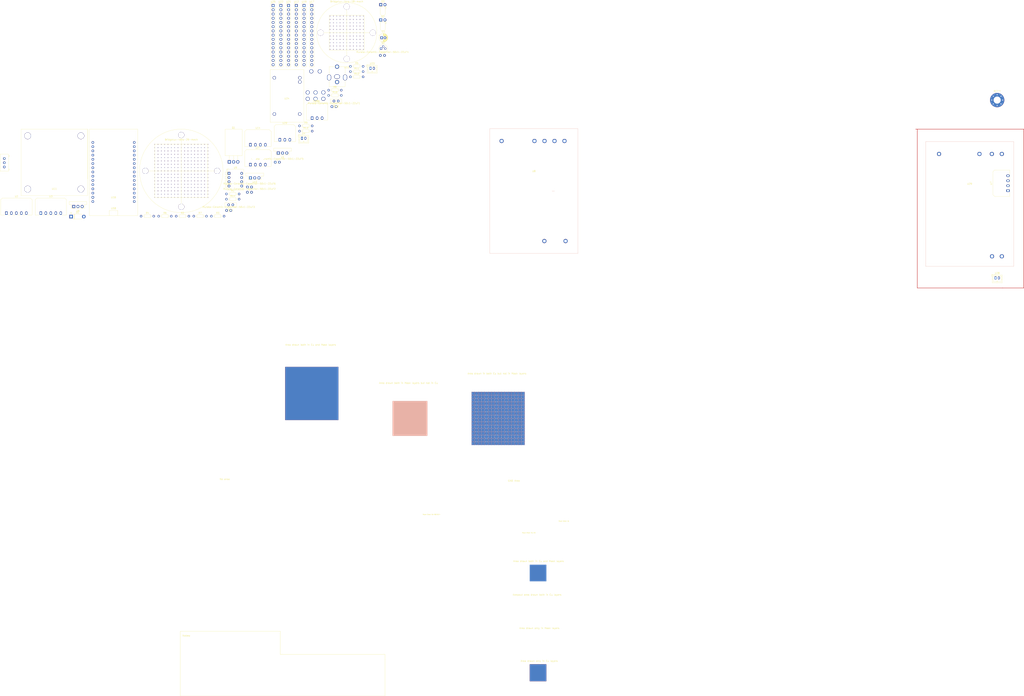
<source format=kicad_pcb>
(kicad_pcb (version 20171130) (host pcbnew 5.1.6-c6e7f7d~87~ubuntu19.10.1)
  (layers (0 F.Cu signal) (31 B.Cu signal) (34 B.Paste user) (35 F.Paste user) (36 B.SilkS user) (37 F.SilkS user) (38 B.Mask user) (39 F.Mask user) (44 Edge.Cuts user))
  (net 0 "")
  (net 1 GND)
  (net 2 "Net-(D1-Pad2)")
  (net 3 +12V)
  (net 4 "Net-(D2-Pad2)")
  (net 5 "Net-(D3-Pad2)")
  (net 6 "Net-(Q1-Pad2)")
  (net 7 +3V3)
  (net 8 SW4)
  (net 9 SW3)
  (net 10 SW2)
  (net 11 SW1)
  (net 12 +5V)
  (net 13 BUTTON1)
  (net 14 BUTTON2)
  (net 15 FEEDBACK-LED1)
  (net 16 FEEDBACK-LED2)
  (net 17 45B_OUT+)
  (net 18 LDD_1200_OUT+)
  (net 19 LDD_1200_OUT-)
  (net 20 FAN-PWM)
  (net 21 LDH_45B-DIM)
  (net 22 LDD_1200-DIM)
  (net 23 45B_OUT-)
  (net 24 "Net-(U6-Pad0)")
  (net 25 "Net-(U13-Pad0)")
  (net 26 "Net-(U15-Pad0)")
  (net 27 NILS-PWM+)
  (net 28 POWER-IN-)
  (net 29 POWER-IN+)
  (net 30 VIN+Master)
  (net 31 "Net-(Q2-Pad3)")
  (net 32 "Net-(Q2-Pad1)")
  (net 33 "Net-(R12-Pad1)")
  (net 34 FAN-TACH)
  (net 35 "Net-(U2-Pad5)")
  (net 36 "Net-(U2-Pad4)")
  (net 37 "Net-(U2-Pad3)")
  (net 38 "Net-(U2-Pad2)")
  (net 39 "Net-(U2-Pad1)")
  (net 40 "Net-(U11-Pad0)")
  (net 41 "Net-(U12-Pad1)")
  (net 42 "Net-(U12-Pad2)")
  (net 43 "Net-(U12-Pad3)")
  (net 44 "Net-(U12-Pad12)")
  (net 45 "Net-(U12-Pad13)")
  (net 46 "Net-(U16-Pad16)")
  (net 47 "Net-(U16-Pad18)")
  (net 48 "Net-(U16-Pad23)")
  (net 49 "Net-(U16-Pad25)")
  (net 50 "Net-(U16-Pad26)")
  (net 51 "Net-(U16-Pad27)")
  (net 52 "Net-(U16-Pad28)")
  (net 53 "Net-(U16-Pad29)")
  (net 54 "Net-(U16-Pad30)")
  (net 55 "Net-(U18-Pad3)")
  (net 56 "Net-(U18-Pad2)")
  (net 57 "Net-(U18-Pad1)")
  (net 58 "Net-(U29-Pad4)")
  (net 59 "Net-(U29-Pad3)")
  (net 60 "Net-(U29-Pad2)")
  (net 61 "Net-(U29-Pad1)")
  (net 62 BOARD_GND)
  (net 63 LDH-65B-DIM)
  (net 64 "Net-(U26-Pad0)")
  (net 65 65B_OUT-)
  (net 66 65B_OUT+)
  (net 67 "Net-(U1-Pad0)")
  (net 68 "Net-(U3-Pad4)")
  (module MountingHole:MountingHole_4.3mm_M4_Pad_Via (layer F.Cu) (at 374 -2.5)
    (fp_text reference REF** (at 0 -5.3) (layer F.SilkS))
    (fp_text value MountingHole_4.3mm_M4_Pad_Via)
    (pad 1 thru_hole circle (at 2.280419 -2.280419) (size 0.9 0.9) (drill 0.6) (layers *.Cu *.Mask))
    (pad 1 thru_hole circle (at 0 -3.225) (size 0.9 0.9) (drill 0.6) (layers *.Cu *.Mask))
    (pad 1 thru_hole circle (at -2.280419 -2.280419) (size 0.9 0.9) (drill 0.6) (layers *.Cu *.Mask))
    (pad 1 thru_hole circle (at -3.225 0) (size 0.9 0.9) (drill 0.6) (layers *.Cu *.Mask))
    (pad 1 thru_hole circle (at -2.280419 2.280419) (size 0.9 0.9) (drill 0.6) (layers *.Cu *.Mask))
    (pad 1 thru_hole circle (at 0 3.225) (size 0.9 0.9) (drill 0.6) (layers *.Cu *.Mask))
    (pad 1 thru_hole circle (at 2.280419 2.280419) (size 0.9 0.9) (drill 0.6) (layers *.Cu *.Mask))
    (pad 1 thru_hole circle (at 3.225 0) (size 0.9 0.9) (drill 0.6) (layers *.Cu *.Mask))
    (pad 1 thru_hole circle (at 0 0) (size 8.6 8.6) (drill 4.3) (layers *.Cu *.Mask))
  )
  (module ariadne:MeanWell-LDH-65 (layer F.Cu) (at 357.5 60)
    (fp_text reference U29 (at -0.05 -12.138 -180) (layer F.SilkS))
    (fp_text value LDH-65B-mech)
    (pad 5 thru_hole circle (at 19.3 31.49 180) (size 2.5 2.5) (drill 1.5) (layers *.Cu *.Mask) (net 65 65B_OUT-))
    (pad 6 thru_hole circle (at 13.4 31.5 180) (size 2.5 2.5) (drill 1.5) (layers *.Cu *.Mask) (net 66 65B_OUT+))
    (pad 4 thru_hole circle (at 19.3 -30.1 180) (size 2.5 2.5) (drill 1.5) (layers *.Cu *.Mask) (net 58 "Net-(U29-Pad4)"))
    (pad 3 thru_hole circle (at 13.3 -30.1 180) (size 2.5 2.5) (drill 1.5) (layers *.Cu *.Mask) (net 59 "Net-(U29-Pad3)"))
    (pad 2 thru_hole circle (at 5.85 -30.1 180) (size 2.5 2.5) (drill 1.5) (layers *.Cu *.Mask) (net 60 "Net-(U29-Pad2)"))
    (pad 1 thru_hole circle (at -18.45 -30.1 180) (size 2.5 2.5) (drill 1.5) (layers *.Cu *.Mask) (net 61 "Net-(U29-Pad1)"))
  )
  (module Connector_JST:JST_PH_B2B-PH-K_1x02_P2.00mm_Vertical (layer F.Cu) (at 373 104.5)
    (fp_text reference U28 (at 1 -2.9) (layer F.SilkS))
    (fp_text value Connector-LED)
    (pad 2 thru_hole oval (at 2 0) (size 1.2 1.75) (drill 0.75) (layers *.Cu *.Mask) (net 65 65B_OUT-))
    (pad 1 thru_hole roundrect (at 0 0) (size 1.2 1.75) (drill 0.75) (layers *.Cu *.Mask) (roundrect_rratio 0.208333) (net 66 65B_OUT+))
  )
  (module Connector_Molex:Molex_Micro-Fit_3.0_43650-0400_1x04_P3.00mm_Horizontal (layer F.Cu) (at -74.909775 36.34)
    (fp_text reference U27 (at 4.5 -10.12) (layer F.SilkS))
    (fp_text value LDH-65B-connector-master)
    (pad 4 thru_hole oval (at 9 0) (size 1.5 2.02) (drill 1.02) (layers *.Cu *.Mask) (net 63 LDH-65B-DIM))
    (pad 3 thru_hole oval (at 6 0) (size 1.5 2.02) (drill 1.02) (layers *.Cu *.Mask) (net 62 BOARD_GND))
    (pad 2 thru_hole oval (at 3 0) (size 1.5 2.02) (drill 1.02) (layers *.Cu *.Mask) (net 28 POWER-IN-))
    (pad 1 thru_hole roundrect (at 0 0) (size 1.5 2.02) (drill 1.02) (layers *.Cu *.Mask) (roundrect_rratio 0.166667) (net 30 VIN+Master))
    (pad "" np_thru_hole circle (at 6.85 -4.32) (size 3 3) (drill 3) (layers *.Cu *.Mask))
    (pad "" np_thru_hole circle (at 2.15 -4.32) (size 3 3) (drill 3) (layers *.Cu *.Mask))
  )
  (module ariadne:SWITCH_ROCKER-300DP3J1BLKM6QE (layer F.Cu) (at -35.764776 -13.425001)
    (fp_text reference U26 (at -0.02 11.3) (layer F.SilkS))
    (fp_text value SWITCH_ROCKER-300DP3J1BLKM6QE)
    (pad 0 thru_hole circle (at 0 10.16) (size 2.4 2.4) (drill 1.85) (layers *.Cu *.Mask) (net 64 "Net-(U26-Pad0)"))
    (pad 0 thru_hole circle (at 4.7 10.16) (size 2.4 2.4) (drill 1.85) (layers *.Cu *.Mask) (net 64 "Net-(U26-Pad0)"))
    (pad 0 thru_hole circle (at -4.7 10.16) (size 2.4 2.4) (drill 1.85) (layers *.Cu *.Mask) (net 64 "Net-(U26-Pad0)"))
    (pad 0 thru_hole circle (at 4.7 6.32) (size 2.4 2.4) (drill 1.85) (layers *.Cu *.Mask) (net 64 "Net-(U26-Pad0)"))
    (pad 0 thru_hole circle (at -4.7 6.34) (size 2.4 2.4) (drill 1.85) (layers *.Cu *.Mask) (net 64 "Net-(U26-Pad0)"))
    (pad 0 thru_hole circle (at 0 6.35) (size 2.4 2.4) (drill 1.85) (layers *.Cu *.Mask) (net 64 "Net-(U26-Pad0)"))
    (pad 2 thru_hole circle (at 2.54 -6.35) (size 2.4 2.4) (drill 1.85) (layers *.Cu *.Mask) (net 29 POWER-IN+))
    (pad 1 thru_hole circle (at -2.54 -6.35) (size 2.4 2.4) (drill 1.85) (layers *.Cu *.Mask) (net 6 "Net-(Q1-Pad2)"))
  )
  (module Connector_PinHeader_2.54mm:PinHeader_1x15_P2.54mm_Vertical (layer F.Cu) (at -61.259775 -59.35)
    (fp_text reference U25 (at 0 -2.33) (layer F.SilkS))
    (fp_text value 01x15_2.50mm_HEADER_PIN)
    (pad 15 thru_hole oval (at 0 35.56) (size 1.7 1.7) (drill 1) (layers *.Cu *.Mask) (net 7 +3V3))
    (pad 14 thru_hole oval (at 0 33.02) (size 1.7 1.7) (drill 1) (layers *.Cu *.Mask) (net 7 +3V3))
    (pad 13 thru_hole oval (at 0 30.48) (size 1.7 1.7) (drill 1) (layers *.Cu *.Mask) (net 7 +3V3))
    (pad 12 thru_hole oval (at 0 27.94) (size 1.7 1.7) (drill 1) (layers *.Cu *.Mask) (net 7 +3V3))
    (pad 11 thru_hole oval (at 0 25.4) (size 1.7 1.7) (drill 1) (layers *.Cu *.Mask) (net 7 +3V3))
    (pad 10 thru_hole oval (at 0 22.86) (size 1.7 1.7) (drill 1) (layers *.Cu *.Mask) (net 7 +3V3))
    (pad 9 thru_hole oval (at 0 20.32) (size 1.7 1.7) (drill 1) (layers *.Cu *.Mask) (net 7 +3V3))
    (pad 8 thru_hole oval (at 0 17.78) (size 1.7 1.7) (drill 1) (layers *.Cu *.Mask) (net 7 +3V3))
    (pad 7 thru_hole oval (at 0 15.24) (size 1.7 1.7) (drill 1) (layers *.Cu *.Mask) (net 7 +3V3))
    (pad 6 thru_hole oval (at 0 12.7) (size 1.7 1.7) (drill 1) (layers *.Cu *.Mask) (net 7 +3V3))
    (pad 5 thru_hole oval (at 0 10.16) (size 1.7 1.7) (drill 1) (layers *.Cu *.Mask) (net 7 +3V3))
    (pad 4 thru_hole oval (at 0 7.62) (size 1.7 1.7) (drill 1) (layers *.Cu *.Mask) (net 7 +3V3))
    (pad 3 thru_hole oval (at 0 5.08) (size 1.7 1.7) (drill 1) (layers *.Cu *.Mask) (net 7 +3V3))
    (pad 2 thru_hole oval (at 0 2.54) (size 1.7 1.7) (drill 1) (layers *.Cu *.Mask) (net 7 +3V3))
    (pad 1 thru_hole rect (at 0 0) (size 1.7 1.7) (drill 1) (layers *.Cu *.Mask) (net 7 +3V3))
  )
  (module ariadne:Meanwell-LDD-1xxxL (layer F.Cu) (at -52.949775 -5.915)
    (fp_text reference U24 (at -0.025 2.475) (layer F.SilkS))
    (fp_text value Meanwell-LDD-1200LW)
    (pad 5 thru_hole circle (at 7.675 11.8) (size 2 2) (drill 1.5) (layers *.Cu *.Mask) (net 18 LDD_1200_OUT+))
    (pad 4 thru_hole circle (at -7.55 11.825) (size 2 2) (drill 1.5) (layers *.Cu *.Mask) (net 19 LDD_1200_OUT-))
    (pad 3 thru_hole circle (at 7.725 -7.5) (size 2 2) (drill 1.5) (layers *.Cu *.Mask) (net 55 "Net-(U18-Pad3)"))
    (pad 2 thru_hole circle (at -7.575 -10) (size 2 2) (drill 1.5) (layers *.Cu *.Mask) (net 56 "Net-(U18-Pad2)"))
    (pad 1 thru_hole circle (at 7.725 -10) (size 2 2) (drill 1.5) (layers *.Cu *.Mask) (net 57 "Net-(U18-Pad1)"))
  )
  (module Connector_JST:JST_PH_B2B-PH-K_1x02_P2.00mm_Vertical (layer F.Cu) (at -2.719775 -21.63)
    (fp_text reference U23 (at 1 -2.9) (layer F.SilkS))
    (fp_text value Connector-LED)
    (pad 2 thru_hole oval (at 2 0) (size 1.2 1.75) (drill 0.75) (layers *.Cu *.Mask) (net 19 LDD_1200_OUT-))
    (pad 1 thru_hole roundrect (at 0 0) (size 1.2 1.75) (drill 0.75) (layers *.Cu *.Mask) (roundrect_rratio 0.208333) (net 18 LDD_1200_OUT+))
  )
  (module Connector_PinHeader_2.54mm:PinHeader_1x15_P2.54mm_Vertical (layer F.Cu) (at -56.609775 -59.35)
    (fp_text reference U22 (at 0 -2.33) (layer F.SilkS))
    (fp_text value 01x15_2.50mm_HEADER_PIN)
    (pad 15 thru_hole oval (at 0 35.56) (size 1.7 1.7) (drill 1) (layers *.Cu *.Mask) (net 12 +5V))
    (pad 14 thru_hole oval (at 0 33.02) (size 1.7 1.7) (drill 1) (layers *.Cu *.Mask) (net 12 +5V))
    (pad 13 thru_hole oval (at 0 30.48) (size 1.7 1.7) (drill 1) (layers *.Cu *.Mask) (net 12 +5V))
    (pad 12 thru_hole oval (at 0 27.94) (size 1.7 1.7) (drill 1) (layers *.Cu *.Mask) (net 12 +5V))
    (pad 11 thru_hole oval (at 0 25.4) (size 1.7 1.7) (drill 1) (layers *.Cu *.Mask) (net 12 +5V))
    (pad 10 thru_hole oval (at 0 22.86) (size 1.7 1.7) (drill 1) (layers *.Cu *.Mask) (net 12 +5V))
    (pad 9 thru_hole oval (at 0 20.32) (size 1.7 1.7) (drill 1) (layers *.Cu *.Mask) (net 12 +5V))
    (pad 8 thru_hole oval (at 0 17.78) (size 1.7 1.7) (drill 1) (layers *.Cu *.Mask) (net 12 +5V))
    (pad 7 thru_hole oval (at 0 15.24) (size 1.7 1.7) (drill 1) (layers *.Cu *.Mask) (net 12 +5V))
    (pad 6 thru_hole oval (at 0 12.7) (size 1.7 1.7) (drill 1) (layers *.Cu *.Mask) (net 12 +5V))
    (pad 5 thru_hole oval (at 0 10.16) (size 1.7 1.7) (drill 1) (layers *.Cu *.Mask) (net 12 +5V))
    (pad 4 thru_hole oval (at 0 7.62) (size 1.7 1.7) (drill 1) (layers *.Cu *.Mask) (net 12 +5V))
    (pad 3 thru_hole oval (at 0 5.08) (size 1.7 1.7) (drill 1) (layers *.Cu *.Mask) (net 12 +5V))
    (pad 2 thru_hole oval (at 0 2.54) (size 1.7 1.7) (drill 1) (layers *.Cu *.Mask) (net 12 +5V))
    (pad 1 thru_hole rect (at 0 0) (size 1.7 1.7) (drill 1) (layers *.Cu *.Mask) (net 12 +5V))
  )
  (module Connector_PinHeader_2.54mm:PinHeader_1x15_P2.54mm_Vertical (layer F.Cu) (at -51.959775 -59.35)
    (fp_text reference U21 (at 0 -2.33) (layer F.SilkS))
    (fp_text value 01x15_2.50mm_HEADER_PIN)
    (pad 15 thru_hole oval (at 0 35.56) (size 1.7 1.7) (drill 1) (layers *.Cu *.Mask) (net 3 +12V))
    (pad 14 thru_hole oval (at 0 33.02) (size 1.7 1.7) (drill 1) (layers *.Cu *.Mask) (net 3 +12V))
    (pad 13 thru_hole oval (at 0 30.48) (size 1.7 1.7) (drill 1) (layers *.Cu *.Mask) (net 3 +12V))
    (pad 12 thru_hole oval (at 0 27.94) (size 1.7 1.7) (drill 1) (layers *.Cu *.Mask) (net 3 +12V))
    (pad 11 thru_hole oval (at 0 25.4) (size 1.7 1.7) (drill 1) (layers *.Cu *.Mask) (net 3 +12V))
    (pad 10 thru_hole oval (at 0 22.86) (size 1.7 1.7) (drill 1) (layers *.Cu *.Mask) (net 3 +12V))
    (pad 9 thru_hole oval (at 0 20.32) (size 1.7 1.7) (drill 1) (layers *.Cu *.Mask) (net 3 +12V))
    (pad 8 thru_hole oval (at 0 17.78) (size 1.7 1.7) (drill 1) (layers *.Cu *.Mask) (net 3 +12V))
    (pad 7 thru_hole oval (at 0 15.24) (size 1.7 1.7) (drill 1) (layers *.Cu *.Mask) (net 3 +12V))
    (pad 6 thru_hole oval (at 0 12.7) (size 1.7 1.7) (drill 1) (layers *.Cu *.Mask) (net 3 +12V))
    (pad 5 thru_hole oval (at 0 10.16) (size 1.7 1.7) (drill 1) (layers *.Cu *.Mask) (net 3 +12V))
    (pad 4 thru_hole oval (at 0 7.62) (size 1.7 1.7) (drill 1) (layers *.Cu *.Mask) (net 3 +12V))
    (pad 3 thru_hole oval (at 0 5.08) (size 1.7 1.7) (drill 1) (layers *.Cu *.Mask) (net 3 +12V))
    (pad 2 thru_hole oval (at 0 2.54) (size 1.7 1.7) (drill 1) (layers *.Cu *.Mask) (net 3 +12V))
    (pad 1 thru_hole rect (at 0 0) (size 1.7 1.7) (drill 1) (layers *.Cu *.Mask) (net 3 +12V))
  )
  (module Connector_Molex:Molex_Micro-Fit_3.0_43650-0300_1x03_P3.00mm_Horizontal (layer F.Cu) (at -57.219775 21.39)
    (fp_text reference U20 (at 3 -10.12) (layer F.SilkS))
    (fp_text value Meanwell-LDD-1200LW-connector)
    (pad 3 thru_hole oval (at 6 0) (size 1.5 2.02) (drill 1.02) (layers *.Cu *.Mask) (net 22 LDD_1200-DIM))
    (pad 2 thru_hole oval (at 3 0) (size 1.5 2.02) (drill 1.02) (layers *.Cu *.Mask) (net 28 POWER-IN-))
    (pad 1 thru_hole roundrect (at 0 0) (size 1.5 2.02) (drill 1.02) (layers *.Cu *.Mask) (roundrect_rratio 0.166667) (net 30 VIN+Master))
    (pad "" np_thru_hole circle (at 3 -4.32) (size 3 3) (drill 3) (layers *.Cu *.Mask))
  )
  (module Connector_PinHeader_2.54mm:PinHeader_1x15_P2.54mm_Vertical (layer F.Cu) (at -42.659775 -59.35)
    (fp_text reference U19 (at 0 -2.33) (layer F.SilkS))
    (fp_text value 01x15_2.50mm_HEADER_PIN)
    (pad 15 thru_hole oval (at 0 35.56) (size 1.7 1.7) (drill 1) (layers *.Cu *.Mask) (net 28 POWER-IN-))
    (pad 14 thru_hole oval (at 0 33.02) (size 1.7 1.7) (drill 1) (layers *.Cu *.Mask) (net 28 POWER-IN-))
    (pad 13 thru_hole oval (at 0 30.48) (size 1.7 1.7) (drill 1) (layers *.Cu *.Mask) (net 28 POWER-IN-))
    (pad 12 thru_hole oval (at 0 27.94) (size 1.7 1.7) (drill 1) (layers *.Cu *.Mask) (net 28 POWER-IN-))
    (pad 11 thru_hole oval (at 0 25.4) (size 1.7 1.7) (drill 1) (layers *.Cu *.Mask) (net 28 POWER-IN-))
    (pad 10 thru_hole oval (at 0 22.86) (size 1.7 1.7) (drill 1) (layers *.Cu *.Mask) (net 28 POWER-IN-))
    (pad 9 thru_hole oval (at 0 20.32) (size 1.7 1.7) (drill 1) (layers *.Cu *.Mask) (net 28 POWER-IN-))
    (pad 8 thru_hole oval (at 0 17.78) (size 1.7 1.7) (drill 1) (layers *.Cu *.Mask) (net 28 POWER-IN-))
    (pad 7 thru_hole oval (at 0 15.24) (size 1.7 1.7) (drill 1) (layers *.Cu *.Mask) (net 28 POWER-IN-))
    (pad 6 thru_hole oval (at 0 12.7) (size 1.7 1.7) (drill 1) (layers *.Cu *.Mask) (net 28 POWER-IN-))
    (pad 5 thru_hole oval (at 0 10.16) (size 1.7 1.7) (drill 1) (layers *.Cu *.Mask) (net 28 POWER-IN-))
    (pad 4 thru_hole oval (at 0 7.62) (size 1.7 1.7) (drill 1) (layers *.Cu *.Mask) (net 28 POWER-IN-))
    (pad 3 thru_hole oval (at 0 5.08) (size 1.7 1.7) (drill 1) (layers *.Cu *.Mask) (net 28 POWER-IN-))
    (pad 2 thru_hole oval (at 0 2.54) (size 1.7 1.7) (drill 1) (layers *.Cu *.Mask) (net 28 POWER-IN-))
    (pad 1 thru_hole rect (at 0 0) (size 1.7 1.7) (drill 1) (layers *.Cu *.Mask) (net 28 POWER-IN-))
  )
  (module Connector_Molex:Molex_Micro-Fit_3.0_43650-0300_1x03_P3.00mm_Horizontal (layer F.Cu) (at -37.819775 8.38)
    (fp_text reference U18 (at 3 -10.12) (layer F.SilkS))
    (fp_text value Meanwell-LDD-1200LW-connector)
    (pad 3 thru_hole oval (at 6 0) (size 1.5 2.02) (drill 1.02) (layers *.Cu *.Mask) (net 55 "Net-(U18-Pad3)"))
    (pad 2 thru_hole oval (at 3 0) (size 1.5 2.02) (drill 1.02) (layers *.Cu *.Mask) (net 56 "Net-(U18-Pad2)"))
    (pad 1 thru_hole roundrect (at 0 0) (size 1.5 2.02) (drill 1.02) (layers *.Cu *.Mask) (roundrect_rratio 0.166667) (net 57 "Net-(U18-Pad1)"))
    (pad "" np_thru_hole circle (at 3 -4.32) (size 3 3) (drill 3) (layers *.Cu *.Mask))
  )
  (module Connector_PinHeader_2.54mm:PinHeader_1x15_P2.54mm_Vertical (layer F.Cu) (at -38.009775 -59.35)
    (fp_text reference U17 (at 0 -2.33) (layer F.SilkS))
    (fp_text value 01x15_2.50mm_HEADER_PIN)
    (pad 15 thru_hole oval (at 0 35.56) (size 1.7 1.7) (drill 1) (layers *.Cu *.Mask) (net 46 "Net-(U16-Pad16)"))
    (pad 14 thru_hole oval (at 0 33.02) (size 1.7 1.7) (drill 1) (layers *.Cu *.Mask) (net 62 BOARD_GND))
    (pad 13 thru_hole oval (at 0 30.48) (size 1.7 1.7) (drill 1) (layers *.Cu *.Mask) (net 47 "Net-(U16-Pad18)"))
    (pad 12 thru_hole oval (at 0 27.94) (size 1.7 1.7) (drill 1) (layers *.Cu *.Mask) (net 16 FEEDBACK-LED2))
    (pad 11 thru_hole oval (at 0 25.4) (size 1.7 1.7) (drill 1) (layers *.Cu *.Mask) (net 15 FEEDBACK-LED1))
    (pad 10 thru_hole oval (at 0 22.86) (size 1.7 1.7) (drill 1) (layers *.Cu *.Mask) (net 13 BUTTON1))
    (pad 9 thru_hole oval (at 0 20.32) (size 1.7 1.7) (drill 1) (layers *.Cu *.Mask) (net 14 BUTTON2))
    (pad 8 thru_hole oval (at 0 17.78) (size 1.7 1.7) (drill 1) (layers *.Cu *.Mask) (net 48 "Net-(U16-Pad23)"))
    (pad 7 thru_hole oval (at 0 15.24) (size 1.7 1.7) (drill 1) (layers *.Cu *.Mask) (net 63 LDH-65B-DIM))
    (pad 6 thru_hole oval (at 0 12.7) (size 1.7 1.7) (drill 1) (layers *.Cu *.Mask) (net 49 "Net-(U16-Pad25)"))
    (pad 5 thru_hole oval (at 0 10.16) (size 1.7 1.7) (drill 1) (layers *.Cu *.Mask) (net 50 "Net-(U16-Pad26)"))
    (pad 4 thru_hole oval (at 0 7.62) (size 1.7 1.7) (drill 1) (layers *.Cu *.Mask) (net 51 "Net-(U16-Pad27)"))
    (pad 3 thru_hole oval (at 0 5.08) (size 1.7 1.7) (drill 1) (layers *.Cu *.Mask) (net 52 "Net-(U16-Pad28)"))
    (pad 2 thru_hole oval (at 0 2.54) (size 1.7 1.7) (drill 1) (layers *.Cu *.Mask) (net 53 "Net-(U16-Pad29)"))
    (pad 1 thru_hole rect (at 0 0) (size 1.7 1.7) (drill 1) (layers *.Cu *.Mask) (net 54 "Net-(U16-Pad30)"))
  )
  (module ariadne:ESP32-DEVKIT (layer F.Cu) (at -157.184775 41.005)
    (fp_text reference U16 (at 0 15) (layer F.SilkS))
    (fp_text value ESP32-WROOM-32D)
    (fp_text user USB (at 0 21.59) (layer F.SilkS))
    (pad 30 thru_hole circle (at 12.446 -18.034) (size 1.524 1.524) (drill 0.762) (layers *.Cu *.Mask) (net 54 "Net-(U16-Pad30)"))
    (pad 29 thru_hole circle (at 12.446 -15.494) (size 1.524 1.524) (drill 0.762) (layers *.Cu *.Mask) (net 53 "Net-(U16-Pad29)"))
    (pad 28 thru_hole circle (at 12.446 -12.954) (size 1.524 1.524) (drill 0.762) (layers *.Cu *.Mask) (net 52 "Net-(U16-Pad28)"))
    (pad 27 thru_hole circle (at 12.446 -10.414) (size 1.524 1.524) (drill 0.762) (layers *.Cu *.Mask) (net 51 "Net-(U16-Pad27)"))
    (pad 26 thru_hole circle (at 12.446 -7.874) (size 1.524 1.524) (drill 0.762) (layers *.Cu *.Mask) (net 50 "Net-(U16-Pad26)"))
    (pad 25 thru_hole circle (at 12.446 -5.334) (size 1.524 1.524) (drill 0.762) (layers *.Cu *.Mask) (net 49 "Net-(U16-Pad25)"))
    (pad 24 thru_hole circle (at 12.446 -2.794) (size 1.524 1.524) (drill 0.762) (layers *.Cu *.Mask) (net 63 LDH-65B-DIM))
    (pad 23 thru_hole circle (at 12.446 -0.254) (size 1.524 1.524) (drill 0.762) (layers *.Cu *.Mask) (net 48 "Net-(U16-Pad23)"))
    (pad 22 thru_hole circle (at 12.446 2.286) (size 1.524 1.524) (drill 0.762) (layers *.Cu *.Mask) (net 14 BUTTON2))
    (pad 21 thru_hole circle (at 12.446 4.826) (size 1.524 1.524) (drill 0.762) (layers *.Cu *.Mask) (net 13 BUTTON1))
    (pad 20 thru_hole circle (at 12.446 7.366) (size 1.524 1.524) (drill 0.762) (layers *.Cu *.Mask) (net 15 FEEDBACK-LED1))
    (pad 19 thru_hole circle (at 12.446 9.906) (size 1.524 1.524) (drill 0.762) (layers *.Cu *.Mask) (net 16 FEEDBACK-LED2))
    (pad 18 thru_hole circle (at 12.446 12.446) (size 1.524 1.524) (drill 0.762) (layers *.Cu *.Mask) (net 47 "Net-(U16-Pad18)"))
    (pad 17 thru_hole circle (at 12.446 14.986) (size 1.524 1.524) (drill 0.762) (layers *.Cu *.Mask) (net 62 BOARD_GND))
    (pad 16 thru_hole circle (at 12.446 17.526) (size 1.524 1.524) (drill 0.762) (layers *.Cu *.Mask) (net 46 "Net-(U16-Pad16)"))
    (pad 15 thru_hole circle (at -12.446 17.526) (size 1.524 1.524) (drill 0.762) (layers *.Cu *.Mask) (net 12 +5V))
    (pad 14 thru_hole circle (at -12.446 14.986) (size 1.524 1.524) (drill 0.762) (layers *.Cu *.Mask) (net 28 POWER-IN-))
    (pad 14 thru_hole circle (at -12.446 14.986) (size 1.524 1.524) (drill 0.762) (layers *.Cu *.Mask) (net 28 POWER-IN-))
    (pad 13 thru_hole circle (at -12.446 12.446) (size 1.524 1.524) (drill 0.762) (layers *.Cu *.Mask) (net 45 "Net-(U12-Pad13)"))
    (pad 12 thru_hole circle (at -12.446 9.906) (size 1.524 1.524) (drill 0.762) (layers *.Cu *.Mask) (net 44 "Net-(U12-Pad12)"))
    (pad 11 thru_hole circle (at -12.446 7.366) (size 1.524 1.524) (drill 0.762) (layers *.Cu *.Mask) (net 11 SW1))
    (pad 10 thru_hole circle (at -12.446 4.826) (size 1.524 1.524) (drill 0.762) (layers *.Cu *.Mask) (net 10 SW2))
    (pad 9 thru_hole circle (at -12.446 2.286) (size 1.524 1.524) (drill 0.762) (layers *.Cu *.Mask) (net 9 SW3))
    (pad 8 thru_hole circle (at -12.446 -0.254) (size 1.524 1.524) (drill 0.762) (layers *.Cu *.Mask) (net 8 SW4))
    (pad 7 thru_hole circle (at -12.446 -2.794) (size 1.524 1.524) (drill 0.762) (layers *.Cu *.Mask) (net 22 LDD_1200-DIM))
    (pad 6 thru_hole circle (at -12.446 -5.334) (size 1.524 1.524) (drill 0.762) (layers *.Cu *.Mask) (net 21 LDH_45B-DIM))
    (pad 5 thru_hole circle (at -12.446 -7.874) (size 1.524 1.524) (drill 0.762) (layers *.Cu *.Mask) (net 27 NILS-PWM+))
    (pad 4 thru_hole circle (at -12.446 -10.414) (size 1.524 1.524) (drill 0.762) (layers *.Cu *.Mask) (net 20 FAN-PWM))
    (pad 3 thru_hole circle (at -12.446 -12.954) (size 1.524 1.524) (drill 0.762) (layers *.Cu *.Mask) (net 43 "Net-(U12-Pad3)"))
    (pad 2 thru_hole circle (at -12.446 -15.494) (size 1.524 1.524) (drill 0.762) (layers *.Cu *.Mask) (net 42 "Net-(U12-Pad2)"))
    (pad 1 thru_hole circle (at -12.446 -18.034) (size 1.524 1.524) (drill 0.762) (layers *.Cu *.Mask) (net 41 "Net-(U12-Pad1)"))
  )
  (module ariadne:Vero-18-mech (layer F.Cu) (at -17.024775 -43.015)
    (fp_text reference U15 (at 0 20.8) (layer F.SilkS))
    (fp_text value Bridgelux-Vero-18-mech (at 0 -18.8) (layer F.SilkS))
    (pad 0 thru_hole circle (at -15.7 0) (size 3.6 3.6) (drill 3.6) (layers *.Cu *.Mask) (net 26 "Net-(U15-Pad0)"))
    (pad 0 thru_hole circle (at 15.7 0) (size 3.6 3.6) (drill 3.6) (layers *.Cu *.Mask) (net 26 "Net-(U15-Pad0)"))
    (pad 0 thru_hole circle (at 0 15.7) (size 3.6 3.6) (drill 3.6) (layers *.Cu *.Mask) (net 26 "Net-(U15-Pad0)"))
    (pad 0 thru_hole circle (at 0 -15.7) (size 3.6 3.6) (drill 3.6) (layers *.Cu *.Mask) (net 26 "Net-(U15-Pad0)"))
    (pad 0 thru_hole circle (at 2 6) (size 0.4 0.4) (drill 0.2) (layers *.Cu *.Mask) (net 26 "Net-(U15-Pad0)"))
    (pad 0 thru_hole circle (at -2 10) (size 0.4 0.4) (drill 0.2) (layers *.Cu *.Mask) (net 26 "Net-(U15-Pad0)"))
    (pad 0 thru_hole circle (at -6 8) (size 0.4 0.4) (drill 0.2) (layers *.Cu *.Mask) (net 26 "Net-(U15-Pad0)"))
    (pad 0 thru_hole circle (at 8 0) (size 0.4 0.4) (drill 0.2) (layers *.Cu *.Mask) (net 26 "Net-(U15-Pad0)"))
    (pad 0 thru_hole circle (at 8 6) (size 0.4 0.4) (drill 0.2) (layers *.Cu *.Mask) (net 26 "Net-(U15-Pad0)"))
    (pad 0 thru_hole circle (at -6 6) (size 0.4 0.4) (drill 0.2) (layers *.Cu *.Mask) (net 26 "Net-(U15-Pad0)"))
    (pad 0 thru_hole circle (at 8 10) (size 0.4 0.4) (drill 0.2) (layers *.Cu *.Mask) (net 26 "Net-(U15-Pad0)"))
    (pad 0 thru_hole circle (at 6 10) (size 0.4 0.4) (drill 0.2) (layers *.Cu *.Mask) (net 26 "Net-(U15-Pad0)"))
    (pad 0 thru_hole circle (at -6 2) (size 0.4 0.4) (drill 0.2) (layers *.Cu *.Mask) (net 26 "Net-(U15-Pad0)"))
    (pad 0 thru_hole circle (at 6 6) (size 0.4 0.4) (drill 0.2) (layers *.Cu *.Mask) (net 26 "Net-(U15-Pad0)"))
    (pad 0 thru_hole circle (at -8 10) (size 0.4 0.4) (drill 0.2) (layers *.Cu *.Mask) (net 26 "Net-(U15-Pad0)"))
    (pad 0 thru_hole circle (at 6 0) (size 0.4 0.4) (drill 0.2) (layers *.Cu *.Mask) (net 26 "Net-(U15-Pad0)"))
    (pad 0 thru_hole circle (at -6 10) (size 0.4 0.4) (drill 0.2) (layers *.Cu *.Mask) (net 26 "Net-(U15-Pad0)"))
    (pad 0 thru_hole circle (at 6 8) (size 0.4 0.4) (drill 0.2) (layers *.Cu *.Mask) (net 26 "Net-(U15-Pad0)"))
    (pad 0 thru_hole circle (at -8 8) (size 0.4 0.4) (drill 0.2) (layers *.Cu *.Mask) (net 26 "Net-(U15-Pad0)"))
    (pad 0 thru_hole circle (at 10 4) (size 0.4 0.4) (drill 0.2) (layers *.Cu *.Mask) (net 26 "Net-(U15-Pad0)"))
    (pad 0 thru_hole circle (at -8 0) (size 0.4 0.4) (drill 0.2) (layers *.Cu *.Mask) (net 26 "Net-(U15-Pad0)"))
    (pad 0 thru_hole circle (at 0 8) (size 0.4 0.4) (drill 0.2) (layers *.Cu *.Mask) (net 26 "Net-(U15-Pad0)"))
    (pad 0 thru_hole circle (at 0 0) (size 0.4 0.4) (drill 0.2) (layers *.Cu *.Mask) (net 26 "Net-(U15-Pad0)"))
    (pad 0 thru_hole circle (at 2 0) (size 0.4 0.4) (drill 0.2) (layers *.Cu *.Mask) (net 26 "Net-(U15-Pad0)"))
    (pad 0 thru_hole circle (at 10 6) (size 0.4 0.4) (drill 0.2) (layers *.Cu *.Mask) (net 26 "Net-(U15-Pad0)"))
    (pad 0 thru_hole circle (at 6 2) (size 0.4 0.4) (drill 0.2) (layers *.Cu *.Mask) (net 26 "Net-(U15-Pad0)"))
    (pad 0 thru_hole circle (at 4 2) (size 0.4 0.4) (drill 0.2) (layers *.Cu *.Mask) (net 26 "Net-(U15-Pad0)"))
    (pad 0 thru_hole circle (at 0 10) (size 0.4 0.4) (drill 0.2) (layers *.Cu *.Mask) (net 26 "Net-(U15-Pad0)"))
    (pad 0 thru_hole circle (at -2 6) (size 0.4 0.4) (drill 0.2) (layers *.Cu *.Mask) (net 26 "Net-(U15-Pad0)"))
    (pad 0 thru_hole circle (at 8 2) (size 0.4 0.4) (drill 0.2) (layers *.Cu *.Mask) (net 26 "Net-(U15-Pad0)"))
    (pad 0 thru_hole circle (at -10 0) (size 0.4 0.4) (drill 0.2) (layers *.Cu *.Mask) (net 26 "Net-(U15-Pad0)"))
    (pad 0 thru_hole circle (at -8 2) (size 0.4 0.4) (drill 0.2) (layers *.Cu *.Mask) (net 26 "Net-(U15-Pad0)"))
    (pad 0 thru_hole circle (at 2 4) (size 0.4 0.4) (drill 0.2) (layers *.Cu *.Mask) (net 26 "Net-(U15-Pad0)"))
    (pad 0 thru_hole circle (at 4 10) (size 0.4 0.4) (drill 0.2) (layers *.Cu *.Mask) (net 26 "Net-(U15-Pad0)"))
    (pad 0 thru_hole circle (at 10 0) (size 0.4 0.4) (drill 0.2) (layers *.Cu *.Mask) (net 26 "Net-(U15-Pad0)"))
    (pad 0 thru_hole circle (at -4 0) (size 0.4 0.4) (drill 0.2) (layers *.Cu *.Mask) (net 26 "Net-(U15-Pad0)"))
    (pad 0 thru_hole circle (at -10 2) (size 0.4 0.4) (drill 0.2) (layers *.Cu *.Mask) (net 26 "Net-(U15-Pad0)"))
    (pad 0 thru_hole circle (at 4 0) (size 0.4 0.4) (drill 0.2) (layers *.Cu *.Mask) (net 26 "Net-(U15-Pad0)"))
    (pad 0 thru_hole circle (at 10 2) (size 0.4 0.4) (drill 0.2) (layers *.Cu *.Mask) (net 26 "Net-(U15-Pad0)"))
    (pad 0 thru_hole circle (at 4 8) (size 0.4 0.4) (drill 0.2) (layers *.Cu *.Mask) (net 26 "Net-(U15-Pad0)"))
    (pad 0 thru_hole circle (at -8 6) (size 0.4 0.4) (drill 0.2) (layers *.Cu *.Mask) (net 26 "Net-(U15-Pad0)"))
    (pad 0 thru_hole circle (at 6 4) (size 0.4 0.4) (drill 0.2) (layers *.Cu *.Mask) (net 26 "Net-(U15-Pad0)"))
    (pad 0 thru_hole circle (at 0 2) (size 0.4 0.4) (drill 0.2) (layers *.Cu *.Mask) (net 26 "Net-(U15-Pad0)"))
    (pad 0 thru_hole circle (at -10 4) (size 0.4 0.4) (drill 0.2) (layers *.Cu *.Mask) (net 26 "Net-(U15-Pad0)"))
    (pad 0 thru_hole circle (at -10 6) (size 0.4 0.4) (drill 0.2) (layers *.Cu *.Mask) (net 26 "Net-(U15-Pad0)"))
    (pad 0 thru_hole circle (at 10 10) (size 0.4 0.4) (drill 0.2) (layers *.Cu *.Mask) (net 26 "Net-(U15-Pad0)"))
    (pad 0 thru_hole circle (at -4 2) (size 0.4 0.4) (drill 0.2) (layers *.Cu *.Mask) (net 26 "Net-(U15-Pad0)"))
    (pad 0 thru_hole circle (at -10 10) (size 0.4 0.4) (drill 0.2) (layers *.Cu *.Mask) (net 26 "Net-(U15-Pad0)"))
    (pad 0 thru_hole circle (at 0 6) (size 0.4 0.4) (drill 0.2) (layers *.Cu *.Mask) (net 26 "Net-(U15-Pad0)"))
    (pad 0 thru_hole circle (at 8 4) (size 0.4 0.4) (drill 0.2) (layers *.Cu *.Mask) (net 26 "Net-(U15-Pad0)"))
    (pad 0 thru_hole circle (at -4 4) (size 0.4 0.4) (drill 0.2) (layers *.Cu *.Mask) (net 26 "Net-(U15-Pad0)"))
    (pad 0 thru_hole circle (at 4 4) (size 0.4 0.4) (drill 0.2) (layers *.Cu *.Mask) (net 26 "Net-(U15-Pad0)"))
    (pad 0 thru_hole circle (at -8 4) (size 0.4 0.4) (drill 0.2) (layers *.Cu *.Mask) (net 26 "Net-(U15-Pad0)"))
    (pad 0 thru_hole circle (at -6 4) (size 0.4 0.4) (drill 0.2) (layers *.Cu *.Mask) (net 26 "Net-(U15-Pad0)"))
    (pad 0 thru_hole circle (at -2 4) (size 0.4 0.4) (drill 0.2) (layers *.Cu *.Mask) (net 26 "Net-(U15-Pad0)"))
    (pad 0 thru_hole circle (at -4 8) (size 0.4 0.4) (drill 0.2) (layers *.Cu *.Mask) (net 26 "Net-(U15-Pad0)"))
    (pad 0 thru_hole circle (at 2 8) (size 0.4 0.4) (drill 0.2) (layers *.Cu *.Mask) (net 26 "Net-(U15-Pad0)"))
    (pad 0 thru_hole circle (at -4 10) (size 0.4 0.4) (drill 0.2) (layers *.Cu *.Mask) (net 26 "Net-(U15-Pad0)"))
    (pad 0 thru_hole circle (at -10 8) (size 0.4 0.4) (drill 0.2) (layers *.Cu *.Mask) (net 26 "Net-(U15-Pad0)"))
    (pad 0 thru_hole circle (at 2 10) (size 0.4 0.4) (drill 0.2) (layers *.Cu *.Mask) (net 26 "Net-(U15-Pad0)"))
    (pad 0 thru_hole circle (at 2 2) (size 0.4 0.4) (drill 0.2) (layers *.Cu *.Mask) (net 26 "Net-(U15-Pad0)"))
    (pad 0 thru_hole circle (at 8 8) (size 0.4 0.4) (drill 0.2) (layers *.Cu *.Mask) (net 26 "Net-(U15-Pad0)"))
    (pad 0 thru_hole circle (at 4 6) (size 0.4 0.4) (drill 0.2) (layers *.Cu *.Mask) (net 26 "Net-(U15-Pad0)"))
    (pad 0 thru_hole circle (at 0 4) (size 0.4 0.4) (drill 0.2) (layers *.Cu *.Mask) (net 26 "Net-(U15-Pad0)"))
    (pad 0 thru_hole circle (at -4 6) (size 0.4 0.4) (drill 0.2) (layers *.Cu *.Mask) (net 26 "Net-(U15-Pad0)"))
    (pad 0 thru_hole circle (at -2 2) (size 0.4 0.4) (drill 0.2) (layers *.Cu *.Mask) (net 26 "Net-(U15-Pad0)"))
    (pad 0 thru_hole circle (at -6 0) (size 0.4 0.4) (drill 0.2) (layers *.Cu *.Mask) (net 26 "Net-(U15-Pad0)"))
    (pad 0 thru_hole circle (at -2 8) (size 0.4 0.4) (drill 0.2) (layers *.Cu *.Mask) (net 26 "Net-(U15-Pad0)"))
    (pad 0 thru_hole circle (at 10 8) (size 0.4 0.4) (drill 0.2) (layers *.Cu *.Mask) (net 26 "Net-(U15-Pad0)"))
    (pad 0 thru_hole circle (at -2 0) (size 0.4 0.4) (drill 0.2) (layers *.Cu *.Mask) (net 26 "Net-(U15-Pad0)"))
    (pad 0 thru_hole circle (at 2 -2) (size 0.4 0.4) (drill 0.2) (layers *.Cu *.Mask) (net 26 "Net-(U15-Pad0)"))
    (pad 0 thru_hole circle (at 8 -8) (size 0.4 0.4) (drill 0.2) (layers *.Cu *.Mask) (net 26 "Net-(U15-Pad0)"))
    (pad 0 thru_hole circle (at 8 -2) (size 0.4 0.4) (drill 0.2) (layers *.Cu *.Mask) (net 26 "Net-(U15-Pad0)"))
    (pad 0 thru_hole circle (at -6 -2) (size 0.4 0.4) (drill 0.2) (layers *.Cu *.Mask) (net 26 "Net-(U15-Pad0)"))
    (pad 0 thru_hole circle (at -6 -6) (size 0.4 0.4) (drill 0.2) (layers *.Cu *.Mask) (net 26 "Net-(U15-Pad0)"))
    (pad 0 thru_hole circle (at 6 -2) (size 0.4 0.4) (drill 0.2) (layers *.Cu *.Mask) (net 26 "Net-(U15-Pad0)"))
    (pad 0 thru_hole circle (at 6 -8) (size 0.4 0.4) (drill 0.2) (layers *.Cu *.Mask) (net 26 "Net-(U15-Pad0)"))
    (pad 0 thru_hole circle (at 10 -4) (size 0.4 0.4) (drill 0.2) (layers *.Cu *.Mask) (net 26 "Net-(U15-Pad0)"))
    (pad 0 thru_hole circle (at -8 -8) (size 0.4 0.4) (drill 0.2) (layers *.Cu *.Mask) (net 26 "Net-(U15-Pad0)"))
    (pad 0 thru_hole circle (at 0 -8) (size 0.4 0.4) (drill 0.2) (layers *.Cu *.Mask) (net 26 "Net-(U15-Pad0)"))
    (pad 0 thru_hole circle (at 2 -8) (size 0.4 0.4) (drill 0.2) (layers *.Cu *.Mask) (net 26 "Net-(U15-Pad0)"))
    (pad 0 thru_hole circle (at 10 -2) (size 0.4 0.4) (drill 0.2) (layers *.Cu *.Mask) (net 26 "Net-(U15-Pad0)"))
    (pad 0 thru_hole circle (at 6 -6) (size 0.4 0.4) (drill 0.2) (layers *.Cu *.Mask) (net 26 "Net-(U15-Pad0)"))
    (pad 0 thru_hole circle (at 4 -6) (size 0.4 0.4) (drill 0.2) (layers *.Cu *.Mask) (net 26 "Net-(U15-Pad0)"))
    (pad 0 thru_hole circle (at -2 -2) (size 0.4 0.4) (drill 0.2) (layers *.Cu *.Mask) (net 26 "Net-(U15-Pad0)"))
    (pad 0 thru_hole circle (at 8 -6) (size 0.4 0.4) (drill 0.2) (layers *.Cu *.Mask) (net 26 "Net-(U15-Pad0)"))
    (pad 0 thru_hole circle (at -10 -8) (size 0.4 0.4) (drill 0.2) (layers *.Cu *.Mask) (net 26 "Net-(U15-Pad0)"))
    (pad 0 thru_hole circle (at -8 -6) (size 0.4 0.4) (drill 0.2) (layers *.Cu *.Mask) (net 26 "Net-(U15-Pad0)"))
    (pad 0 thru_hole circle (at 2 -4) (size 0.4 0.4) (drill 0.2) (layers *.Cu *.Mask) (net 26 "Net-(U15-Pad0)"))
    (pad 0 thru_hole circle (at 10 -8) (size 0.4 0.4) (drill 0.2) (layers *.Cu *.Mask) (net 26 "Net-(U15-Pad0)"))
    (pad 0 thru_hole circle (at -4 -8) (size 0.4 0.4) (drill 0.2) (layers *.Cu *.Mask) (net 26 "Net-(U15-Pad0)"))
    (pad 0 thru_hole circle (at -10 -6) (size 0.4 0.4) (drill 0.2) (layers *.Cu *.Mask) (net 26 "Net-(U15-Pad0)"))
    (pad 0 thru_hole circle (at 4 -8) (size 0.4 0.4) (drill 0.2) (layers *.Cu *.Mask) (net 26 "Net-(U15-Pad0)"))
    (pad 0 thru_hole circle (at 10 -6) (size 0.4 0.4) (drill 0.2) (layers *.Cu *.Mask) (net 26 "Net-(U15-Pad0)"))
    (pad 0 thru_hole circle (at -8 -2) (size 0.4 0.4) (drill 0.2) (layers *.Cu *.Mask) (net 26 "Net-(U15-Pad0)"))
    (pad 0 thru_hole circle (at 6 -4) (size 0.4 0.4) (drill 0.2) (layers *.Cu *.Mask) (net 26 "Net-(U15-Pad0)"))
    (pad 0 thru_hole circle (at 0 -6) (size 0.4 0.4) (drill 0.2) (layers *.Cu *.Mask) (net 26 "Net-(U15-Pad0)"))
    (pad 0 thru_hole circle (at -10 -4) (size 0.4 0.4) (drill 0.2) (layers *.Cu *.Mask) (net 26 "Net-(U15-Pad0)"))
    (pad 0 thru_hole circle (at -10 -2) (size 0.4 0.4) (drill 0.2) (layers *.Cu *.Mask) (net 26 "Net-(U15-Pad0)"))
    (pad 0 thru_hole circle (at -4 -6) (size 0.4 0.4) (drill 0.2) (layers *.Cu *.Mask) (net 26 "Net-(U15-Pad0)"))
    (pad 0 thru_hole circle (at 0 -2) (size 0.4 0.4) (drill 0.2) (layers *.Cu *.Mask) (net 26 "Net-(U15-Pad0)"))
    (pad 0 thru_hole circle (at 8 -4) (size 0.4 0.4) (drill 0.2) (layers *.Cu *.Mask) (net 26 "Net-(U15-Pad0)"))
    (pad 0 thru_hole circle (at -4 -4) (size 0.4 0.4) (drill 0.2) (layers *.Cu *.Mask) (net 26 "Net-(U15-Pad0)"))
    (pad 0 thru_hole circle (at 4 -4) (size 0.4 0.4) (drill 0.2) (layers *.Cu *.Mask) (net 26 "Net-(U15-Pad0)"))
    (pad 0 thru_hole circle (at -8 -4) (size 0.4 0.4) (drill 0.2) (layers *.Cu *.Mask) (net 26 "Net-(U15-Pad0)"))
    (pad 0 thru_hole circle (at -6 -4) (size 0.4 0.4) (drill 0.2) (layers *.Cu *.Mask) (net 26 "Net-(U15-Pad0)"))
    (pad 0 thru_hole circle (at -2 -4) (size 0.4 0.4) (drill 0.2) (layers *.Cu *.Mask) (net 26 "Net-(U15-Pad0)"))
    (pad 0 thru_hole circle (at 2 -6) (size 0.4 0.4) (drill 0.2) (layers *.Cu *.Mask) (net 26 "Net-(U15-Pad0)"))
    (pad 0 thru_hole circle (at 4 -2) (size 0.4 0.4) (drill 0.2) (layers *.Cu *.Mask) (net 26 "Net-(U15-Pad0)"))
    (pad 0 thru_hole circle (at 0 -4) (size 0.4 0.4) (drill 0.2) (layers *.Cu *.Mask) (net 26 "Net-(U15-Pad0)"))
    (pad 0 thru_hole circle (at -4 -2) (size 0.4 0.4) (drill 0.2) (layers *.Cu *.Mask) (net 26 "Net-(U15-Pad0)"))
    (pad 0 thru_hole circle (at -2 -6) (size 0.4 0.4) (drill 0.2) (layers *.Cu *.Mask) (net 26 "Net-(U15-Pad0)"))
    (pad 0 thru_hole circle (at -6 -8) (size 0.4 0.4) (drill 0.2) (layers *.Cu *.Mask) (net 26 "Net-(U15-Pad0)"))
    (pad 0 thru_hole circle (at -2 -8) (size 0.4 0.4) (drill 0.2) (layers *.Cu *.Mask) (net 26 "Net-(U15-Pad0)"))
    (pad 0 thru_hole circle (at -6 -10) (size 0.4 0.4) (drill 0.2) (layers *.Cu *.Mask) (net 26 "Net-(U15-Pad0)"))
    (pad 0 thru_hole circle (at 6 -10) (size 0.4 0.4) (drill 0.2) (layers *.Cu *.Mask) (net 26 "Net-(U15-Pad0)"))
    (pad 0 thru_hole circle (at 4 -10) (size 0.4 0.4) (drill 0.2) (layers *.Cu *.Mask) (net 26 "Net-(U15-Pad0)"))
    (pad 0 thru_hole circle (at 8 -10) (size 0.4 0.4) (drill 0.2) (layers *.Cu *.Mask) (net 26 "Net-(U15-Pad0)"))
    (pad 0 thru_hole circle (at -8 -10) (size 0.4 0.4) (drill 0.2) (layers *.Cu *.Mask) (net 26 "Net-(U15-Pad0)"))
    (pad 0 thru_hole circle (at -10 -10) (size 0.4 0.4) (drill 0.2) (layers *.Cu *.Mask) (net 26 "Net-(U15-Pad0)"))
    (pad 0 thru_hole circle (at 10 -10) (size 0.4 0.4) (drill 0.2) (layers *.Cu *.Mask) (net 26 "Net-(U15-Pad0)"))
    (pad 0 thru_hole circle (at 0 -10) (size 0.4 0.4) (drill 0.2) (layers *.Cu *.Mask) (net 26 "Net-(U15-Pad0)"))
    (pad 0 thru_hole circle (at -4 -10) (size 0.4 0.4) (drill 0.2) (layers *.Cu *.Mask) (net 26 "Net-(U15-Pad0)"))
    (pad 0 thru_hole circle (at 2 -10) (size 0.4 0.4) (drill 0.2) (layers *.Cu *.Mask) (net 26 "Net-(U15-Pad0)"))
    (pad 0 thru_hole circle (at -2 -10) (size 0.4 0.4) (drill 0.2) (layers *.Cu *.Mask) (net 26 "Net-(U15-Pad0)"))
  )
  (module Connector_Molex:Molex_Micro-Fit_3.0_43650-0400_1x04_P3.00mm_Horizontal (layer F.Cu) (at -74.909775 24.39)
    (fp_text reference U14 (at 4.5 -10.12) (layer F.SilkS))
    (fp_text value Noctua-NF-A4x10-Fan)
    (pad 4 thru_hole oval (at 9 0) (size 1.5 2.02) (drill 1.02) (layers *.Cu *.Mask) (net 31 "Net-(Q2-Pad3)"))
    (pad 3 thru_hole oval (at 6 0) (size 1.5 2.02) (drill 1.02) (layers *.Cu *.Mask) (net 33 "Net-(R12-Pad1)"))
    (pad 2 thru_hole oval (at 3 0) (size 1.5 2.02) (drill 1.02) (layers *.Cu *.Mask) (net 3 +12V))
    (pad 1 thru_hole roundrect (at 0 0) (size 1.5 2.02) (drill 1.02) (layers *.Cu *.Mask) (roundrect_rratio 0.166667) (net 28 POWER-IN-))
    (pad "" np_thru_hole circle (at 6.85 -4.32) (size 3 3) (drill 3) (layers *.Cu *.Mask))
    (pad "" np_thru_hole circle (at 2.15 -4.32) (size 3 3) (drill 3) (layers *.Cu *.Mask))
  )
  (module ariadne:Vero-29-mech (layer F.Cu) (at -116.464775 40.105)
    (fp_text reference U13 (at 0 20.8) (layer F.SilkS))
    (fp_text value Bridgelux-Vero-29-mech (at 0 -18.8) (layer F.SilkS))
    (pad 0 thru_hole circle (at -21.6 0) (size 3.6 3.6) (drill 3.5) (layers *.Cu *.Mask) (net 25 "Net-(U13-Pad0)"))
    (pad 0 thru_hole circle (at 21.6 0) (size 3.6 3.6) (drill 3.5) (layers *.Cu *.Mask) (net 25 "Net-(U13-Pad0)"))
    (pad 0 thru_hole circle (at 0 21.6) (size 3.6 3.6) (drill 3.5) (layers *.Cu *.Mask) (net 25 "Net-(U13-Pad0)"))
    (pad 0 thru_hole circle (at 0 -21.6) (size 3.6 3.6) (drill 3.5) (layers *.Cu *.Mask) (net 25 "Net-(U13-Pad0)"))
    (pad 0 thru_hole circle (at 14 16) (size 0.4 0.4) (drill 0.2) (layers *.Cu *.Mask) (net 25 "Net-(U13-Pad0)"))
    (pad 0 thru_hole circle (at -14 16) (size 0.4 0.4) (drill 0.2) (layers *.Cu *.Mask) (net 25 "Net-(U13-Pad0)"))
    (pad 0 thru_hole circle (at -10 16) (size 0.4 0.4) (drill 0.2) (layers *.Cu *.Mask) (net 25 "Net-(U13-Pad0)"))
    (pad 0 thru_hole circle (at 12 16) (size 0.4 0.4) (drill 0.2) (layers *.Cu *.Mask) (net 25 "Net-(U13-Pad0)"))
    (pad 0 thru_hole circle (at 2 16) (size 0.4 0.4) (drill 0.2) (layers *.Cu *.Mask) (net 25 "Net-(U13-Pad0)"))
    (pad 0 thru_hole circle (at 4 16) (size 0.4 0.4) (drill 0.2) (layers *.Cu *.Mask) (net 25 "Net-(U13-Pad0)"))
    (pad 0 thru_hole circle (at -8 16) (size 0.4 0.4) (drill 0.2) (layers *.Cu *.Mask) (net 25 "Net-(U13-Pad0)"))
    (pad 0 thru_hole circle (at -16 16) (size 0.4 0.4) (drill 0.2) (layers *.Cu *.Mask) (net 25 "Net-(U13-Pad0)"))
    (pad 0 thru_hole circle (at 16 16) (size 0.4 0.4) (drill 0.2) (layers *.Cu *.Mask) (net 25 "Net-(U13-Pad0)"))
    (pad 0 thru_hole circle (at -4 16) (size 0.4 0.4) (drill 0.2) (layers *.Cu *.Mask) (net 25 "Net-(U13-Pad0)"))
    (pad 0 thru_hole circle (at 0 16) (size 0.4 0.4) (drill 0.2) (layers *.Cu *.Mask) (net 25 "Net-(U13-Pad0)"))
    (pad 0 thru_hole circle (at 6 16) (size 0.4 0.4) (drill 0.2) (layers *.Cu *.Mask) (net 25 "Net-(U13-Pad0)"))
    (pad 0 thru_hole circle (at -2 16) (size 0.4 0.4) (drill 0.2) (layers *.Cu *.Mask) (net 25 "Net-(U13-Pad0)"))
    (pad 0 thru_hole circle (at 8 16) (size 0.4 0.4) (drill 0.2) (layers *.Cu *.Mask) (net 25 "Net-(U13-Pad0)"))
    (pad 0 thru_hole circle (at 10 16) (size 0.4 0.4) (drill 0.2) (layers *.Cu *.Mask) (net 25 "Net-(U13-Pad0)"))
    (pad 0 thru_hole circle (at -6 16) (size 0.4 0.4) (drill 0.2) (layers *.Cu *.Mask) (net 25 "Net-(U13-Pad0)"))
    (pad 0 thru_hole circle (at -12 16) (size 0.4 0.4) (drill 0.2) (layers *.Cu *.Mask) (net 25 "Net-(U13-Pad0)"))
    (pad 0 thru_hole circle (at 2 6) (size 0.4 0.4) (drill 0.2) (layers *.Cu *.Mask) (net 25 "Net-(U13-Pad0)"))
    (pad 0 thru_hole circle (at 6 12) (size 0.4 0.4) (drill 0.2) (layers *.Cu *.Mask) (net 25 "Net-(U13-Pad0)"))
    (pad 0 thru_hole circle (at -2 10) (size 0.4 0.4) (drill 0.2) (layers *.Cu *.Mask) (net 25 "Net-(U13-Pad0)"))
    (pad 0 thru_hole circle (at -6 8) (size 0.4 0.4) (drill 0.2) (layers *.Cu *.Mask) (net 25 "Net-(U13-Pad0)"))
    (pad 0 thru_hole circle (at 14 4) (size 0.4 0.4) (drill 0.2) (layers *.Cu *.Mask) (net 25 "Net-(U13-Pad0)"))
    (pad 0 thru_hole circle (at -16 2) (size 0.4 0.4) (drill 0.2) (layers *.Cu *.Mask) (net 25 "Net-(U13-Pad0)"))
    (pad 0 thru_hole circle (at 8 0) (size 0.4 0.4) (drill 0.2) (layers *.Cu *.Mask) (net 25 "Net-(U13-Pad0)"))
    (pad 0 thru_hole circle (at 8 6) (size 0.4 0.4) (drill 0.2) (layers *.Cu *.Mask) (net 25 "Net-(U13-Pad0)"))
    (pad 0 thru_hole circle (at -6 6) (size 0.4 0.4) (drill 0.2) (layers *.Cu *.Mask) (net 25 "Net-(U13-Pad0)"))
    (pad 0 thru_hole circle (at 6 14) (size 0.4 0.4) (drill 0.2) (layers *.Cu *.Mask) (net 25 "Net-(U13-Pad0)"))
    (pad 0 thru_hole circle (at 8 10) (size 0.4 0.4) (drill 0.2) (layers *.Cu *.Mask) (net 25 "Net-(U13-Pad0)"))
    (pad 0 thru_hole circle (at -14 8) (size 0.4 0.4) (drill 0.2) (layers *.Cu *.Mask) (net 25 "Net-(U13-Pad0)"))
    (pad 0 thru_hole circle (at 16 0) (size 0.4 0.4) (drill 0.2) (layers *.Cu *.Mask) (net 25 "Net-(U13-Pad0)"))
    (pad 0 thru_hole circle (at 8 12) (size 0.4 0.4) (drill 0.2) (layers *.Cu *.Mask) (net 25 "Net-(U13-Pad0)"))
    (pad 0 thru_hole circle (at 6 10) (size 0.4 0.4) (drill 0.2) (layers *.Cu *.Mask) (net 25 "Net-(U13-Pad0)"))
    (pad 0 thru_hole circle (at -6 2) (size 0.4 0.4) (drill 0.2) (layers *.Cu *.Mask) (net 25 "Net-(U13-Pad0)"))
    (pad 0 thru_hole circle (at 6 6) (size 0.4 0.4) (drill 0.2) (layers *.Cu *.Mask) (net 25 "Net-(U13-Pad0)"))
    (pad 0 thru_hole circle (at -8 10) (size 0.4 0.4) (drill 0.2) (layers *.Cu *.Mask) (net 25 "Net-(U13-Pad0)"))
    (pad 0 thru_hole circle (at -2 12) (size 0.4 0.4) (drill 0.2) (layers *.Cu *.Mask) (net 25 "Net-(U13-Pad0)"))
    (pad 0 thru_hole circle (at -14 14) (size 0.4 0.4) (drill 0.2) (layers *.Cu *.Mask) (net 25 "Net-(U13-Pad0)"))
    (pad 0 thru_hole circle (at -10 14) (size 0.4 0.4) (drill 0.2) (layers *.Cu *.Mask) (net 25 "Net-(U13-Pad0)"))
    (pad 0 thru_hole circle (at 6 0) (size 0.4 0.4) (drill 0.2) (layers *.Cu *.Mask) (net 25 "Net-(U13-Pad0)"))
    (pad 0 thru_hole circle (at -6 10) (size 0.4 0.4) (drill 0.2) (layers *.Cu *.Mask) (net 25 "Net-(U13-Pad0)"))
    (pad 0 thru_hole circle (at 0 12) (size 0.4 0.4) (drill 0.2) (layers *.Cu *.Mask) (net 25 "Net-(U13-Pad0)"))
    (pad 0 thru_hole circle (at -6 14) (size 0.4 0.4) (drill 0.2) (layers *.Cu *.Mask) (net 25 "Net-(U13-Pad0)"))
    (pad 0 thru_hole circle (at 6 8) (size 0.4 0.4) (drill 0.2) (layers *.Cu *.Mask) (net 25 "Net-(U13-Pad0)"))
    (pad 0 thru_hole circle (at -14 2) (size 0.4 0.4) (drill 0.2) (layers *.Cu *.Mask) (net 25 "Net-(U13-Pad0)"))
    (pad 0 thru_hole circle (at -8 8) (size 0.4 0.4) (drill 0.2) (layers *.Cu *.Mask) (net 25 "Net-(U13-Pad0)"))
    (pad 0 thru_hole circle (at 10 12) (size 0.4 0.4) (drill 0.2) (layers *.Cu *.Mask) (net 25 "Net-(U13-Pad0)"))
    (pad 0 thru_hole circle (at 10 4) (size 0.4 0.4) (drill 0.2) (layers *.Cu *.Mask) (net 25 "Net-(U13-Pad0)"))
    (pad 0 thru_hole circle (at 12 12) (size 0.4 0.4) (drill 0.2) (layers *.Cu *.Mask) (net 25 "Net-(U13-Pad0)"))
    (pad 0 thru_hole circle (at -12 8) (size 0.4 0.4) (drill 0.2) (layers *.Cu *.Mask) (net 25 "Net-(U13-Pad0)"))
    (pad 0 thru_hole circle (at 14 6) (size 0.4 0.4) (drill 0.2) (layers *.Cu *.Mask) (net 25 "Net-(U13-Pad0)"))
    (pad 0 thru_hole circle (at -8 0) (size 0.4 0.4) (drill 0.2) (layers *.Cu *.Mask) (net 25 "Net-(U13-Pad0)"))
    (pad 0 thru_hole circle (at -12 12) (size 0.4 0.4) (drill 0.2) (layers *.Cu *.Mask) (net 25 "Net-(U13-Pad0)"))
    (pad 0 thru_hole circle (at 16 14) (size 0.4 0.4) (drill 0.2) (layers *.Cu *.Mask) (net 25 "Net-(U13-Pad0)"))
    (pad 0 thru_hole circle (at 0 8) (size 0.4 0.4) (drill 0.2) (layers *.Cu *.Mask) (net 25 "Net-(U13-Pad0)"))
    (pad 0 thru_hole circle (at -16 10) (size 0.4 0.4) (drill 0.2) (layers *.Cu *.Mask) (net 25 "Net-(U13-Pad0)"))
    (pad 0 thru_hole circle (at -16 12) (size 0.4 0.4) (drill 0.2) (layers *.Cu *.Mask) (net 25 "Net-(U13-Pad0)"))
    (pad 0 thru_hole circle (at 0 0) (size 0.4 0.4) (drill 0.2) (layers *.Cu *.Mask) (net 25 "Net-(U13-Pad0)"))
    (pad 0 thru_hole circle (at 2 0) (size 0.4 0.4) (drill 0.2) (layers *.Cu *.Mask) (net 25 "Net-(U13-Pad0)"))
    (pad 0 thru_hole circle (at -16 0) (size 0.4 0.4) (drill 0.2) (layers *.Cu *.Mask) (net 25 "Net-(U13-Pad0)"))
    (pad 0 thru_hole circle (at 10 6) (size 0.4 0.4) (drill 0.2) (layers *.Cu *.Mask) (net 25 "Net-(U13-Pad0)"))
    (pad 0 thru_hole circle (at 12 6) (size 0.4 0.4) (drill 0.2) (layers *.Cu *.Mask) (net 25 "Net-(U13-Pad0)"))
    (pad 0 thru_hole circle (at -16 4) (size 0.4 0.4) (drill 0.2) (layers *.Cu *.Mask) (net 25 "Net-(U13-Pad0)"))
    (pad 0 thru_hole circle (at -14 4) (size 0.4 0.4) (drill 0.2) (layers *.Cu *.Mask) (net 25 "Net-(U13-Pad0)"))
    (pad 0 thru_hole circle (at 6 2) (size 0.4 0.4) (drill 0.2) (layers *.Cu *.Mask) (net 25 "Net-(U13-Pad0)"))
    (pad 0 thru_hole circle (at 8 14) (size 0.4 0.4) (drill 0.2) (layers *.Cu *.Mask) (net 25 "Net-(U13-Pad0)"))
    (pad 0 thru_hole circle (at 4 2) (size 0.4 0.4) (drill 0.2) (layers *.Cu *.Mask) (net 25 "Net-(U13-Pad0)"))
    (pad 0 thru_hole circle (at 0 14) (size 0.4 0.4) (drill 0.2) (layers *.Cu *.Mask) (net 25 "Net-(U13-Pad0)"))
    (pad 0 thru_hole circle (at -10 12) (size 0.4 0.4) (drill 0.2) (layers *.Cu *.Mask) (net 25 "Net-(U13-Pad0)"))
    (pad 0 thru_hole circle (at 12 10) (size 0.4 0.4) (drill 0.2) (layers *.Cu *.Mask) (net 25 "Net-(U13-Pad0)"))
    (pad 0 thru_hole circle (at 14 2) (size 0.4 0.4) (drill 0.2) (layers *.Cu *.Mask) (net 25 "Net-(U13-Pad0)"))
    (pad 0 thru_hole circle (at 16 6) (size 0.4 0.4) (drill 0.2) (layers *.Cu *.Mask) (net 25 "Net-(U13-Pad0)"))
    (pad 0 thru_hole circle (at 0 10) (size 0.4 0.4) (drill 0.2) (layers *.Cu *.Mask) (net 25 "Net-(U13-Pad0)"))
    (pad 0 thru_hole circle (at -2 6) (size 0.4 0.4) (drill 0.2) (layers *.Cu *.Mask) (net 25 "Net-(U13-Pad0)"))
    (pad 0 thru_hole circle (at 14 8) (size 0.4 0.4) (drill 0.2) (layers *.Cu *.Mask) (net 25 "Net-(U13-Pad0)"))
    (pad 0 thru_hole circle (at -14 12) (size 0.4 0.4) (drill 0.2) (layers *.Cu *.Mask) (net 25 "Net-(U13-Pad0)"))
    (pad 0 thru_hole circle (at -12 0) (size 0.4 0.4) (drill 0.2) (layers *.Cu *.Mask) (net 25 "Net-(U13-Pad0)"))
    (pad 0 thru_hole circle (at 12 14) (size 0.4 0.4) (drill 0.2) (layers *.Cu *.Mask) (net 25 "Net-(U13-Pad0)"))
    (pad 0 thru_hole circle (at 14 10) (size 0.4 0.4) (drill 0.2) (layers *.Cu *.Mask) (net 25 "Net-(U13-Pad0)"))
    (pad 0 thru_hole circle (at -4 14) (size 0.4 0.4) (drill 0.2) (layers *.Cu *.Mask) (net 25 "Net-(U13-Pad0)"))
    (pad 0 thru_hole circle (at 8 2) (size 0.4 0.4) (drill 0.2) (layers *.Cu *.Mask) (net 25 "Net-(U13-Pad0)"))
    (pad 0 thru_hole circle (at -10 0) (size 0.4 0.4) (drill 0.2) (layers *.Cu *.Mask) (net 25 "Net-(U13-Pad0)"))
    (pad 0 thru_hole circle (at -8 2) (size 0.4 0.4) (drill 0.2) (layers *.Cu *.Mask) (net 25 "Net-(U13-Pad0)"))
    (pad 0 thru_hole circle (at -16 8) (size 0.4 0.4) (drill 0.2) (layers *.Cu *.Mask) (net 25 "Net-(U13-Pad0)"))
    (pad 0 thru_hole circle (at -16 6) (size 0.4 0.4) (drill 0.2) (layers *.Cu *.Mask) (net 25 "Net-(U13-Pad0)"))
    (pad 0 thru_hole circle (at 2 4) (size 0.4 0.4) (drill 0.2) (layers *.Cu *.Mask) (net 25 "Net-(U13-Pad0)"))
    (pad 0 thru_hole circle (at -14 10) (size 0.4 0.4) (drill 0.2) (layers *.Cu *.Mask) (net 25 "Net-(U13-Pad0)"))
    (pad 0 thru_hole circle (at -14 0) (size 0.4 0.4) (drill 0.2) (layers *.Cu *.Mask) (net 25 "Net-(U13-Pad0)"))
    (pad 0 thru_hole circle (at 4 10) (size 0.4 0.4) (drill 0.2) (layers *.Cu *.Mask) (net 25 "Net-(U13-Pad0)"))
    (pad 0 thru_hole circle (at 12 4) (size 0.4 0.4) (drill 0.2) (layers *.Cu *.Mask) (net 25 "Net-(U13-Pad0)"))
    (pad 0 thru_hole circle (at -8 12) (size 0.4 0.4) (drill 0.2) (layers *.Cu *.Mask) (net 25 "Net-(U13-Pad0)"))
    (pad 0 thru_hole circle (at 10 0) (size 0.4 0.4) (drill 0.2) (layers *.Cu *.Mask) (net 25 "Net-(U13-Pad0)"))
    (pad 0 thru_hole circle (at -12 2) (size 0.4 0.4) (drill 0.2) (layers *.Cu *.Mask) (net 25 "Net-(U13-Pad0)"))
    (pad 0 thru_hole circle (at 2 12) (size 0.4 0.4) (drill 0.2) (layers *.Cu *.Mask) (net 25 "Net-(U13-Pad0)"))
    (pad 0 thru_hole circle (at 10 14) (size 0.4 0.4) (drill 0.2) (layers *.Cu *.Mask) (net 25 "Net-(U13-Pad0)"))
    (pad 0 thru_hole circle (at -4 0) (size 0.4 0.4) (drill 0.2) (layers *.Cu *.Mask) (net 25 "Net-(U13-Pad0)"))
    (pad 0 thru_hole circle (at -10 2) (size 0.4 0.4) (drill 0.2) (layers *.Cu *.Mask) (net 25 "Net-(U13-Pad0)"))
    (pad 0 thru_hole circle (at -14 6) (size 0.4 0.4) (drill 0.2) (layers *.Cu *.Mask) (net 25 "Net-(U13-Pad0)"))
    (pad 0 thru_hole circle (at -12 4) (size 0.4 0.4) (drill 0.2) (layers *.Cu *.Mask) (net 25 "Net-(U13-Pad0)"))
    (pad 0 thru_hole circle (at 16 2) (size 0.4 0.4) (drill 0.2) (layers *.Cu *.Mask) (net 25 "Net-(U13-Pad0)"))
    (pad 0 thru_hole circle (at -16 14) (size 0.4 0.4) (drill 0.2) (layers *.Cu *.Mask) (net 25 "Net-(U13-Pad0)"))
    (pad 0 thru_hole circle (at 4 0) (size 0.4 0.4) (drill 0.2) (layers *.Cu *.Mask) (net 25 "Net-(U13-Pad0)"))
    (pad 0 thru_hole circle (at 10 2) (size 0.4 0.4) (drill 0.2) (layers *.Cu *.Mask) (net 25 "Net-(U13-Pad0)"))
    (pad 0 thru_hole circle (at -12 10) (size 0.4 0.4) (drill 0.2) (layers *.Cu *.Mask) (net 25 "Net-(U13-Pad0)"))
    (pad 0 thru_hole circle (at 4 8) (size 0.4 0.4) (drill 0.2) (layers *.Cu *.Mask) (net 25 "Net-(U13-Pad0)"))
    (pad 0 thru_hole circle (at -8 6) (size 0.4 0.4) (drill 0.2) (layers *.Cu *.Mask) (net 25 "Net-(U13-Pad0)"))
    (pad 0 thru_hole circle (at 6 4) (size 0.4 0.4) (drill 0.2) (layers *.Cu *.Mask) (net 25 "Net-(U13-Pad0)"))
    (pad 0 thru_hole circle (at 0 2) (size 0.4 0.4) (drill 0.2) (layers *.Cu *.Mask) (net 25 "Net-(U13-Pad0)"))
    (pad 0 thru_hole circle (at -10 4) (size 0.4 0.4) (drill 0.2) (layers *.Cu *.Mask) (net 25 "Net-(U13-Pad0)"))
    (pad 0 thru_hole circle (at -10 6) (size 0.4 0.4) (drill 0.2) (layers *.Cu *.Mask) (net 25 "Net-(U13-Pad0)"))
    (pad 0 thru_hole circle (at 10 10) (size 0.4 0.4) (drill 0.2) (layers *.Cu *.Mask) (net 25 "Net-(U13-Pad0)"))
    (pad 0 thru_hole circle (at -4 2) (size 0.4 0.4) (drill 0.2) (layers *.Cu *.Mask) (net 25 "Net-(U13-Pad0)"))
    (pad 0 thru_hole circle (at -10 10) (size 0.4 0.4) (drill 0.2) (layers *.Cu *.Mask) (net 25 "Net-(U13-Pad0)"))
    (pad 0 thru_hole circle (at 0 6) (size 0.4 0.4) (drill 0.2) (layers *.Cu *.Mask) (net 25 "Net-(U13-Pad0)"))
    (pad 0 thru_hole circle (at 16 10) (size 0.4 0.4) (drill 0.2) (layers *.Cu *.Mask) (net 25 "Net-(U13-Pad0)"))
    (pad 0 thru_hole circle (at 8 4) (size 0.4 0.4) (drill 0.2) (layers *.Cu *.Mask) (net 25 "Net-(U13-Pad0)"))
    (pad 0 thru_hole circle (at 12 2) (size 0.4 0.4) (drill 0.2) (layers *.Cu *.Mask) (net 25 "Net-(U13-Pad0)"))
    (pad 0 thru_hole circle (at -4 4) (size 0.4 0.4) (drill 0.2) (layers *.Cu *.Mask) (net 25 "Net-(U13-Pad0)"))
    (pad 0 thru_hole circle (at 4 4) (size 0.4 0.4) (drill 0.2) (layers *.Cu *.Mask) (net 25 "Net-(U13-Pad0)"))
    (pad 0 thru_hole circle (at -8 4) (size 0.4 0.4) (drill 0.2) (layers *.Cu *.Mask) (net 25 "Net-(U13-Pad0)"))
    (pad 0 thru_hole circle (at -6 4) (size 0.4 0.4) (drill 0.2) (layers *.Cu *.Mask) (net 25 "Net-(U13-Pad0)"))
    (pad 0 thru_hole circle (at -2 14) (size 0.4 0.4) (drill 0.2) (layers *.Cu *.Mask) (net 25 "Net-(U13-Pad0)"))
    (pad 0 thru_hole circle (at 4 14) (size 0.4 0.4) (drill 0.2) (layers *.Cu *.Mask) (net 25 "Net-(U13-Pad0)"))
    (pad 0 thru_hole circle (at 14 12) (size 0.4 0.4) (drill 0.2) (layers *.Cu *.Mask) (net 25 "Net-(U13-Pad0)"))
    (pad 0 thru_hole circle (at 16 8) (size 0.4 0.4) (drill 0.2) (layers *.Cu *.Mask) (net 25 "Net-(U13-Pad0)"))
    (pad 0 thru_hole circle (at -2 4) (size 0.4 0.4) (drill 0.2) (layers *.Cu *.Mask) (net 25 "Net-(U13-Pad0)"))
    (pad 0 thru_hole circle (at -4 8) (size 0.4 0.4) (drill 0.2) (layers *.Cu *.Mask) (net 25 "Net-(U13-Pad0)"))
    (pad 0 thru_hole circle (at 2 8) (size 0.4 0.4) (drill 0.2) (layers *.Cu *.Mask) (net 25 "Net-(U13-Pad0)"))
    (pad 0 thru_hole circle (at 14 14) (size 0.4 0.4) (drill 0.2) (layers *.Cu *.Mask) (net 25 "Net-(U13-Pad0)"))
    (pad 0 thru_hole circle (at -4 12) (size 0.4 0.4) (drill 0.2) (layers *.Cu *.Mask) (net 25 "Net-(U13-Pad0)"))
    (pad 0 thru_hole circle (at 2 14) (size 0.4 0.4) (drill 0.2) (layers *.Cu *.Mask) (net 25 "Net-(U13-Pad0)"))
    (pad 0 thru_hole circle (at -4 10) (size 0.4 0.4) (drill 0.2) (layers *.Cu *.Mask) (net 25 "Net-(U13-Pad0)"))
    (pad 0 thru_hole circle (at -10 8) (size 0.4 0.4) (drill 0.2) (layers *.Cu *.Mask) (net 25 "Net-(U13-Pad0)"))
    (pad 0 thru_hole circle (at 2 10) (size 0.4 0.4) (drill 0.2) (layers *.Cu *.Mask) (net 25 "Net-(U13-Pad0)"))
    (pad 0 thru_hole circle (at -12 6) (size 0.4 0.4) (drill 0.2) (layers *.Cu *.Mask) (net 25 "Net-(U13-Pad0)"))
    (pad 0 thru_hole circle (at 2 2) (size 0.4 0.4) (drill 0.2) (layers *.Cu *.Mask) (net 25 "Net-(U13-Pad0)"))
    (pad 0 thru_hole circle (at 8 8) (size 0.4 0.4) (drill 0.2) (layers *.Cu *.Mask) (net 25 "Net-(U13-Pad0)"))
    (pad 0 thru_hole circle (at 4 6) (size 0.4 0.4) (drill 0.2) (layers *.Cu *.Mask) (net 25 "Net-(U13-Pad0)"))
    (pad 0 thru_hole circle (at 0 4) (size 0.4 0.4) (drill 0.2) (layers *.Cu *.Mask) (net 25 "Net-(U13-Pad0)"))
    (pad 0 thru_hole circle (at 4 12) (size 0.4 0.4) (drill 0.2) (layers *.Cu *.Mask) (net 25 "Net-(U13-Pad0)"))
    (pad 0 thru_hole circle (at -12 14) (size 0.4 0.4) (drill 0.2) (layers *.Cu *.Mask) (net 25 "Net-(U13-Pad0)"))
    (pad 0 thru_hole circle (at 16 4) (size 0.4 0.4) (drill 0.2) (layers *.Cu *.Mask) (net 25 "Net-(U13-Pad0)"))
    (pad 0 thru_hole circle (at 12 0) (size 0.4 0.4) (drill 0.2) (layers *.Cu *.Mask) (net 25 "Net-(U13-Pad0)"))
    (pad 0 thru_hole circle (at -4 6) (size 0.4 0.4) (drill 0.2) (layers *.Cu *.Mask) (net 25 "Net-(U13-Pad0)"))
    (pad 0 thru_hole circle (at -8 14) (size 0.4 0.4) (drill 0.2) (layers *.Cu *.Mask) (net 25 "Net-(U13-Pad0)"))
    (pad 0 thru_hole circle (at 14 0) (size 0.4 0.4) (drill 0.2) (layers *.Cu *.Mask) (net 25 "Net-(U13-Pad0)"))
    (pad 0 thru_hole circle (at 12 8) (size 0.4 0.4) (drill 0.2) (layers *.Cu *.Mask) (net 25 "Net-(U13-Pad0)"))
    (pad 0 thru_hole circle (at -6 12) (size 0.4 0.4) (drill 0.2) (layers *.Cu *.Mask) (net 25 "Net-(U13-Pad0)"))
    (pad 0 thru_hole circle (at -2 2) (size 0.4 0.4) (drill 0.2) (layers *.Cu *.Mask) (net 25 "Net-(U13-Pad0)"))
    (pad 0 thru_hole circle (at -6 0) (size 0.4 0.4) (drill 0.2) (layers *.Cu *.Mask) (net 25 "Net-(U13-Pad0)"))
    (pad 0 thru_hole circle (at -2 8) (size 0.4 0.4) (drill 0.2) (layers *.Cu *.Mask) (net 25 "Net-(U13-Pad0)"))
    (pad 0 thru_hole circle (at 16 12) (size 0.4 0.4) (drill 0.2) (layers *.Cu *.Mask) (net 25 "Net-(U13-Pad0)"))
    (pad 0 thru_hole circle (at 10 8) (size 0.4 0.4) (drill 0.2) (layers *.Cu *.Mask) (net 25 "Net-(U13-Pad0)"))
    (pad 0 thru_hole circle (at -2 0) (size 0.4 0.4) (drill 0.2) (layers *.Cu *.Mask) (net 25 "Net-(U13-Pad0)"))
    (pad 0 thru_hole circle (at 2 -2) (size 0.4 0.4) (drill 0.2) (layers *.Cu *.Mask) (net 25 "Net-(U13-Pad0)"))
    (pad 0 thru_hole circle (at 14 -4) (size 0.4 0.4) (drill 0.2) (layers *.Cu *.Mask) (net 25 "Net-(U13-Pad0)"))
    (pad 0 thru_hole circle (at -16 -6) (size 0.4 0.4) (drill 0.2) (layers *.Cu *.Mask) (net 25 "Net-(U13-Pad0)"))
    (pad 0 thru_hole circle (at 8 -8) (size 0.4 0.4) (drill 0.2) (layers *.Cu *.Mask) (net 25 "Net-(U13-Pad0)"))
    (pad 0 thru_hole circle (at 8 -2) (size 0.4 0.4) (drill 0.2) (layers *.Cu *.Mask) (net 25 "Net-(U13-Pad0)"))
    (pad 0 thru_hole circle (at -6 -2) (size 0.4 0.4) (drill 0.2) (layers *.Cu *.Mask) (net 25 "Net-(U13-Pad0)"))
    (pad 0 thru_hole circle (at 16 -8) (size 0.4 0.4) (drill 0.2) (layers *.Cu *.Mask) (net 25 "Net-(U13-Pad0)"))
    (pad 0 thru_hole circle (at -6 -6) (size 0.4 0.4) (drill 0.2) (layers *.Cu *.Mask) (net 25 "Net-(U13-Pad0)"))
    (pad 0 thru_hole circle (at 6 -2) (size 0.4 0.4) (drill 0.2) (layers *.Cu *.Mask) (net 25 "Net-(U13-Pad0)"))
    (pad 0 thru_hole circle (at 6 -8) (size 0.4 0.4) (drill 0.2) (layers *.Cu *.Mask) (net 25 "Net-(U13-Pad0)"))
    (pad 0 thru_hole circle (at -14 -6) (size 0.4 0.4) (drill 0.2) (layers *.Cu *.Mask) (net 25 "Net-(U13-Pad0)"))
    (pad 0 thru_hole circle (at 10 -4) (size 0.4 0.4) (drill 0.2) (layers *.Cu *.Mask) (net 25 "Net-(U13-Pad0)"))
    (pad 0 thru_hole circle (at 14 -2) (size 0.4 0.4) (drill 0.2) (layers *.Cu *.Mask) (net 25 "Net-(U13-Pad0)"))
    (pad 0 thru_hole circle (at -8 -8) (size 0.4 0.4) (drill 0.2) (layers *.Cu *.Mask) (net 25 "Net-(U13-Pad0)"))
    (pad 0 thru_hole circle (at 0 -8) (size 0.4 0.4) (drill 0.2) (layers *.Cu *.Mask) (net 25 "Net-(U13-Pad0)"))
    (pad 0 thru_hole circle (at 2 -8) (size 0.4 0.4) (drill 0.2) (layers *.Cu *.Mask) (net 25 "Net-(U13-Pad0)"))
    (pad 0 thru_hole circle (at -16 -8) (size 0.4 0.4) (drill 0.2) (layers *.Cu *.Mask) (net 25 "Net-(U13-Pad0)"))
    (pad 0 thru_hole circle (at 10 -2) (size 0.4 0.4) (drill 0.2) (layers *.Cu *.Mask) (net 25 "Net-(U13-Pad0)"))
    (pad 0 thru_hole circle (at 12 -2) (size 0.4 0.4) (drill 0.2) (layers *.Cu *.Mask) (net 25 "Net-(U13-Pad0)"))
    (pad 0 thru_hole circle (at -16 -4) (size 0.4 0.4) (drill 0.2) (layers *.Cu *.Mask) (net 25 "Net-(U13-Pad0)"))
    (pad 0 thru_hole circle (at -14 -4) (size 0.4 0.4) (drill 0.2) (layers *.Cu *.Mask) (net 25 "Net-(U13-Pad0)"))
    (pad 0 thru_hole circle (at 6 -6) (size 0.4 0.4) (drill 0.2) (layers *.Cu *.Mask) (net 25 "Net-(U13-Pad0)"))
    (pad 0 thru_hole circle (at 4 -6) (size 0.4 0.4) (drill 0.2) (layers *.Cu *.Mask) (net 25 "Net-(U13-Pad0)"))
    (pad 0 thru_hole circle (at 14 -6) (size 0.4 0.4) (drill 0.2) (layers *.Cu *.Mask) (net 25 "Net-(U13-Pad0)"))
    (pad 0 thru_hole circle (at 16 -2) (size 0.4 0.4) (drill 0.2) (layers *.Cu *.Mask) (net 25 "Net-(U13-Pad0)"))
    (pad 0 thru_hole circle (at -2 -2) (size 0.4 0.4) (drill 0.2) (layers *.Cu *.Mask) (net 25 "Net-(U13-Pad0)"))
    (pad 0 thru_hole circle (at -12 -8) (size 0.4 0.4) (drill 0.2) (layers *.Cu *.Mask) (net 25 "Net-(U13-Pad0)"))
    (pad 0 thru_hole circle (at 8 -6) (size 0.4 0.4) (drill 0.2) (layers *.Cu *.Mask) (net 25 "Net-(U13-Pad0)"))
    (pad 0 thru_hole circle (at -10 -8) (size 0.4 0.4) (drill 0.2) (layers *.Cu *.Mask) (net 25 "Net-(U13-Pad0)"))
    (pad 0 thru_hole circle (at -8 -6) (size 0.4 0.4) (drill 0.2) (layers *.Cu *.Mask) (net 25 "Net-(U13-Pad0)"))
    (pad 0 thru_hole circle (at -16 -2) (size 0.4 0.4) (drill 0.2) (layers *.Cu *.Mask) (net 25 "Net-(U13-Pad0)"))
    (pad 0 thru_hole circle (at 2 -4) (size 0.4 0.4) (drill 0.2) (layers *.Cu *.Mask) (net 25 "Net-(U13-Pad0)"))
    (pad 0 thru_hole circle (at -14 -8) (size 0.4 0.4) (drill 0.2) (layers *.Cu *.Mask) (net 25 "Net-(U13-Pad0)"))
    (pad 0 thru_hole circle (at 12 -4) (size 0.4 0.4) (drill 0.2) (layers *.Cu *.Mask) (net 25 "Net-(U13-Pad0)"))
    (pad 0 thru_hole circle (at 10 -8) (size 0.4 0.4) (drill 0.2) (layers *.Cu *.Mask) (net 25 "Net-(U13-Pad0)"))
    (pad 0 thru_hole circle (at -12 -6) (size 0.4 0.4) (drill 0.2) (layers *.Cu *.Mask) (net 25 "Net-(U13-Pad0)"))
    (pad 0 thru_hole circle (at -4 -8) (size 0.4 0.4) (drill 0.2) (layers *.Cu *.Mask) (net 25 "Net-(U13-Pad0)"))
    (pad 0 thru_hole circle (at -10 -6) (size 0.4 0.4) (drill 0.2) (layers *.Cu *.Mask) (net 25 "Net-(U13-Pad0)"))
    (pad 0 thru_hole circle (at -14 -2) (size 0.4 0.4) (drill 0.2) (layers *.Cu *.Mask) (net 25 "Net-(U13-Pad0)"))
    (pad 0 thru_hole circle (at -12 -4) (size 0.4 0.4) (drill 0.2) (layers *.Cu *.Mask) (net 25 "Net-(U13-Pad0)"))
    (pad 0 thru_hole circle (at 16 -6) (size 0.4 0.4) (drill 0.2) (layers *.Cu *.Mask) (net 25 "Net-(U13-Pad0)"))
    (pad 0 thru_hole circle (at 4 -8) (size 0.4 0.4) (drill 0.2) (layers *.Cu *.Mask) (net 25 "Net-(U13-Pad0)"))
    (pad 0 thru_hole circle (at 10 -6) (size 0.4 0.4) (drill 0.2) (layers *.Cu *.Mask) (net 25 "Net-(U13-Pad0)"))
    (pad 0 thru_hole circle (at -8 -2) (size 0.4 0.4) (drill 0.2) (layers *.Cu *.Mask) (net 25 "Net-(U13-Pad0)"))
    (pad 0 thru_hole circle (at 6 -4) (size 0.4 0.4) (drill 0.2) (layers *.Cu *.Mask) (net 25 "Net-(U13-Pad0)"))
    (pad 0 thru_hole circle (at 0 -6) (size 0.4 0.4) (drill 0.2) (layers *.Cu *.Mask) (net 25 "Net-(U13-Pad0)"))
    (pad 0 thru_hole circle (at -10 -4) (size 0.4 0.4) (drill 0.2) (layers *.Cu *.Mask) (net 25 "Net-(U13-Pad0)"))
    (pad 0 thru_hole circle (at -10 -2) (size 0.4 0.4) (drill 0.2) (layers *.Cu *.Mask) (net 25 "Net-(U13-Pad0)"))
    (pad 0 thru_hole circle (at -4 -6) (size 0.4 0.4) (drill 0.2) (layers *.Cu *.Mask) (net 25 "Net-(U13-Pad0)"))
    (pad 0 thru_hole circle (at 0 -2) (size 0.4 0.4) (drill 0.2) (layers *.Cu *.Mask) (net 25 "Net-(U13-Pad0)"))
    (pad 0 thru_hole circle (at 8 -4) (size 0.4 0.4) (drill 0.2) (layers *.Cu *.Mask) (net 25 "Net-(U13-Pad0)"))
    (pad 0 thru_hole circle (at 12 -6) (size 0.4 0.4) (drill 0.2) (layers *.Cu *.Mask) (net 25 "Net-(U13-Pad0)"))
    (pad 0 thru_hole circle (at -4 -4) (size 0.4 0.4) (drill 0.2) (layers *.Cu *.Mask) (net 25 "Net-(U13-Pad0)"))
    (pad 0 thru_hole circle (at 4 -4) (size 0.4 0.4) (drill 0.2) (layers *.Cu *.Mask) (net 25 "Net-(U13-Pad0)"))
    (pad 0 thru_hole circle (at -8 -4) (size 0.4 0.4) (drill 0.2) (layers *.Cu *.Mask) (net 25 "Net-(U13-Pad0)"))
    (pad 0 thru_hole circle (at -6 -4) (size 0.4 0.4) (drill 0.2) (layers *.Cu *.Mask) (net 25 "Net-(U13-Pad0)"))
    (pad 0 thru_hole circle (at -2 -4) (size 0.4 0.4) (drill 0.2) (layers *.Cu *.Mask) (net 25 "Net-(U13-Pad0)"))
    (pad 0 thru_hole circle (at -12 -2) (size 0.4 0.4) (drill 0.2) (layers *.Cu *.Mask) (net 25 "Net-(U13-Pad0)"))
    (pad 0 thru_hole circle (at 2 -6) (size 0.4 0.4) (drill 0.2) (layers *.Cu *.Mask) (net 25 "Net-(U13-Pad0)"))
    (pad 0 thru_hole circle (at 4 -2) (size 0.4 0.4) (drill 0.2) (layers *.Cu *.Mask) (net 25 "Net-(U13-Pad0)"))
    (pad 0 thru_hole circle (at 0 -4) (size 0.4 0.4) (drill 0.2) (layers *.Cu *.Mask) (net 25 "Net-(U13-Pad0)"))
    (pad 0 thru_hole circle (at 16 -4) (size 0.4 0.4) (drill 0.2) (layers *.Cu *.Mask) (net 25 "Net-(U13-Pad0)"))
    (pad 0 thru_hole circle (at 12 -8) (size 0.4 0.4) (drill 0.2) (layers *.Cu *.Mask) (net 25 "Net-(U13-Pad0)"))
    (pad 0 thru_hole circle (at -4 -2) (size 0.4 0.4) (drill 0.2) (layers *.Cu *.Mask) (net 25 "Net-(U13-Pad0)"))
    (pad 0 thru_hole circle (at 14 -8) (size 0.4 0.4) (drill 0.2) (layers *.Cu *.Mask) (net 25 "Net-(U13-Pad0)"))
    (pad 0 thru_hole circle (at -2 -6) (size 0.4 0.4) (drill 0.2) (layers *.Cu *.Mask) (net 25 "Net-(U13-Pad0)"))
    (pad 0 thru_hole circle (at -6 -8) (size 0.4 0.4) (drill 0.2) (layers *.Cu *.Mask) (net 25 "Net-(U13-Pad0)"))
    (pad 0 thru_hole circle (at -2 -8) (size 0.4 0.4) (drill 0.2) (layers *.Cu *.Mask) (net 25 "Net-(U13-Pad0)"))
    (pad 0 thru_hole circle (at -16 -10) (size 0.4 0.4) (drill 0.2) (layers *.Cu *.Mask) (net 25 "Net-(U13-Pad0)"))
    (pad 0 thru_hole circle (at 8 -12) (size 0.4 0.4) (drill 0.2) (layers *.Cu *.Mask) (net 25 "Net-(U13-Pad0)"))
    (pad 0 thru_hole circle (at 16 -12) (size 0.4 0.4) (drill 0.2) (layers *.Cu *.Mask) (net 25 "Net-(U13-Pad0)"))
    (pad 0 thru_hole circle (at -6 -10) (size 0.4 0.4) (drill 0.2) (layers *.Cu *.Mask) (net 25 "Net-(U13-Pad0)"))
    (pad 0 thru_hole circle (at 6 -12) (size 0.4 0.4) (drill 0.2) (layers *.Cu *.Mask) (net 25 "Net-(U13-Pad0)"))
    (pad 0 thru_hole circle (at -14 -10) (size 0.4 0.4) (drill 0.2) (layers *.Cu *.Mask) (net 25 "Net-(U13-Pad0)"))
    (pad 0 thru_hole circle (at -8 -12) (size 0.4 0.4) (drill 0.2) (layers *.Cu *.Mask) (net 25 "Net-(U13-Pad0)"))
    (pad 0 thru_hole circle (at 0 -12) (size 0.4 0.4) (drill 0.2) (layers *.Cu *.Mask) (net 25 "Net-(U13-Pad0)"))
    (pad 0 thru_hole circle (at 2 -12) (size 0.4 0.4) (drill 0.2) (layers *.Cu *.Mask) (net 25 "Net-(U13-Pad0)"))
    (pad 0 thru_hole circle (at -16 -12) (size 0.4 0.4) (drill 0.2) (layers *.Cu *.Mask) (net 25 "Net-(U13-Pad0)"))
    (pad 0 thru_hole circle (at 6 -10) (size 0.4 0.4) (drill 0.2) (layers *.Cu *.Mask) (net 25 "Net-(U13-Pad0)"))
    (pad 0 thru_hole circle (at 4 -10) (size 0.4 0.4) (drill 0.2) (layers *.Cu *.Mask) (net 25 "Net-(U13-Pad0)"))
    (pad 0 thru_hole circle (at 14 -10) (size 0.4 0.4) (drill 0.2) (layers *.Cu *.Mask) (net 25 "Net-(U13-Pad0)"))
    (pad 0 thru_hole circle (at -12 -12) (size 0.4 0.4) (drill 0.2) (layers *.Cu *.Mask) (net 25 "Net-(U13-Pad0)"))
    (pad 0 thru_hole circle (at 8 -10) (size 0.4 0.4) (drill 0.2) (layers *.Cu *.Mask) (net 25 "Net-(U13-Pad0)"))
    (pad 0 thru_hole circle (at -10 -12) (size 0.4 0.4) (drill 0.2) (layers *.Cu *.Mask) (net 25 "Net-(U13-Pad0)"))
    (pad 0 thru_hole circle (at -8 -10) (size 0.4 0.4) (drill 0.2) (layers *.Cu *.Mask) (net 25 "Net-(U13-Pad0)"))
    (pad 0 thru_hole circle (at -14 -12) (size 0.4 0.4) (drill 0.2) (layers *.Cu *.Mask) (net 25 "Net-(U13-Pad0)"))
    (pad 0 thru_hole circle (at 10 -12) (size 0.4 0.4) (drill 0.2) (layers *.Cu *.Mask) (net 25 "Net-(U13-Pad0)"))
    (pad 0 thru_hole circle (at -12 -10) (size 0.4 0.4) (drill 0.2) (layers *.Cu *.Mask) (net 25 "Net-(U13-Pad0)"))
    (pad 0 thru_hole circle (at -4 -12) (size 0.4 0.4) (drill 0.2) (layers *.Cu *.Mask) (net 25 "Net-(U13-Pad0)"))
    (pad 0 thru_hole circle (at -10 -10) (size 0.4 0.4) (drill 0.2) (layers *.Cu *.Mask) (net 25 "Net-(U13-Pad0)"))
    (pad 0 thru_hole circle (at 16 -10) (size 0.4 0.4) (drill 0.2) (layers *.Cu *.Mask) (net 25 "Net-(U13-Pad0)"))
    (pad 0 thru_hole circle (at 4 -12) (size 0.4 0.4) (drill 0.2) (layers *.Cu *.Mask) (net 25 "Net-(U13-Pad0)"))
    (pad 0 thru_hole circle (at 10 -10) (size 0.4 0.4) (drill 0.2) (layers *.Cu *.Mask) (net 25 "Net-(U13-Pad0)"))
    (pad 0 thru_hole circle (at 0 -10) (size 0.4 0.4) (drill 0.2) (layers *.Cu *.Mask) (net 25 "Net-(U13-Pad0)"))
    (pad 0 thru_hole circle (at -4 -10) (size 0.4 0.4) (drill 0.2) (layers *.Cu *.Mask) (net 25 "Net-(U13-Pad0)"))
    (pad 0 thru_hole circle (at 12 -10) (size 0.4 0.4) (drill 0.2) (layers *.Cu *.Mask) (net 25 "Net-(U13-Pad0)"))
    (pad 0 thru_hole circle (at 2 -10) (size 0.4 0.4) (drill 0.2) (layers *.Cu *.Mask) (net 25 "Net-(U13-Pad0)"))
    (pad 0 thru_hole circle (at 12 -12) (size 0.4 0.4) (drill 0.2) (layers *.Cu *.Mask) (net 25 "Net-(U13-Pad0)"))
    (pad 0 thru_hole circle (at 14 -12) (size 0.4 0.4) (drill 0.2) (layers *.Cu *.Mask) (net 25 "Net-(U13-Pad0)"))
    (pad 0 thru_hole circle (at -2 -10) (size 0.4 0.4) (drill 0.2) (layers *.Cu *.Mask) (net 25 "Net-(U13-Pad0)"))
    (pad 0 thru_hole circle (at -6 -12) (size 0.4 0.4) (drill 0.2) (layers *.Cu *.Mask) (net 25 "Net-(U13-Pad0)"))
    (pad 0 thru_hole circle (at -2 -12) (size 0.4 0.4) (drill 0.2) (layers *.Cu *.Mask) (net 25 "Net-(U13-Pad0)"))
    (pad 0 thru_hole circle (at 8 -14) (size 0.4 0.4) (drill 0.2) (layers *.Cu *.Mask) (net 25 "Net-(U13-Pad0)"))
    (pad 0 thru_hole circle (at 6 -14) (size 0.4 0.4) (drill 0.2) (layers *.Cu *.Mask) (net 25 "Net-(U13-Pad0)"))
    (pad 0 thru_hole circle (at -8 -14) (size 0.4 0.4) (drill 0.2) (layers *.Cu *.Mask) (net 25 "Net-(U13-Pad0)"))
    (pad 0 thru_hole circle (at 0 -14) (size 0.4 0.4) (drill 0.2) (layers *.Cu *.Mask) (net 25 "Net-(U13-Pad0)"))
    (pad 0 thru_hole circle (at 2 -14) (size 0.4 0.4) (drill 0.2) (layers *.Cu *.Mask) (net 25 "Net-(U13-Pad0)"))
    (pad 0 thru_hole circle (at -16 -14) (size 0.4 0.4) (drill 0.2) (layers *.Cu *.Mask) (net 25 "Net-(U13-Pad0)"))
    (pad 0 thru_hole circle (at -12 -14) (size 0.4 0.4) (drill 0.2) (layers *.Cu *.Mask) (net 25 "Net-(U13-Pad0)"))
    (pad 0 thru_hole circle (at -10 -14) (size 0.4 0.4) (drill 0.2) (layers *.Cu *.Mask) (net 25 "Net-(U13-Pad0)"))
    (pad 0 thru_hole circle (at -14 -14) (size 0.4 0.4) (drill 0.2) (layers *.Cu *.Mask) (net 25 "Net-(U13-Pad0)"))
    (pad 0 thru_hole circle (at 10 -14) (size 0.4 0.4) (drill 0.2) (layers *.Cu *.Mask) (net 25 "Net-(U13-Pad0)"))
    (pad 0 thru_hole circle (at -4 -14) (size 0.4 0.4) (drill 0.2) (layers *.Cu *.Mask) (net 25 "Net-(U13-Pad0)"))
    (pad 0 thru_hole circle (at 4 -14) (size 0.4 0.4) (drill 0.2) (layers *.Cu *.Mask) (net 25 "Net-(U13-Pad0)"))
    (pad 0 thru_hole circle (at 12 -14) (size 0.4 0.4) (drill 0.2) (layers *.Cu *.Mask) (net 25 "Net-(U13-Pad0)"))
    (pad 0 thru_hole circle (at 14 -14) (size 0.4 0.4) (drill 0.2) (layers *.Cu *.Mask) (net 25 "Net-(U13-Pad0)"))
    (pad 0 thru_hole circle (at -6 -14) (size 0.4 0.4) (drill 0.2) (layers *.Cu *.Mask) (net 25 "Net-(U13-Pad0)"))
    (pad 0 thru_hole circle (at -2 -14) (size 0.4 0.4) (drill 0.2) (layers *.Cu *.Mask) (net 25 "Net-(U13-Pad0)"))
    (pad 0 thru_hole circle (at 16 -14) (size 0.4 0.4) (drill 0.2) (layers *.Cu *.Mask) (net 25 "Net-(U13-Pad0)"))
    (pad 0 thru_hole circle (at 16 -16) (size 0.4 0.4) (drill 0.2) (layers *.Cu *.Mask) (net 25 "Net-(U13-Pad0)"))
    (pad 0 thru_hole circle (at 8 -16) (size 0.4 0.4) (drill 0.2) (layers *.Cu *.Mask) (net 25 "Net-(U13-Pad0)"))
    (pad 0 thru_hole circle (at 0 -16) (size 0.4 0.4) (drill 0.2) (layers *.Cu *.Mask) (net 25 "Net-(U13-Pad0)"))
    (pad 0 thru_hole circle (at 6 -16) (size 0.4 0.4) (drill 0.2) (layers *.Cu *.Mask) (net 25 "Net-(U13-Pad0)"))
    (pad 0 thru_hole circle (at 10 -16) (size 0.4 0.4) (drill 0.2) (layers *.Cu *.Mask) (net 25 "Net-(U13-Pad0)"))
    (pad 0 thru_hole circle (at 14 -16) (size 0.4 0.4) (drill 0.2) (layers *.Cu *.Mask) (net 25 "Net-(U13-Pad0)"))
    (pad 0 thru_hole circle (at 4 -16) (size 0.4 0.4) (drill 0.2) (layers *.Cu *.Mask) (net 25 "Net-(U13-Pad0)"))
    (pad 0 thru_hole circle (at 2 -16) (size 0.4 0.4) (drill 0.2) (layers *.Cu *.Mask) (net 25 "Net-(U13-Pad0)"))
    (pad 0 thru_hole circle (at 12 -16) (size 0.4 0.4) (drill 0.2) (layers *.Cu *.Mask) (net 25 "Net-(U13-Pad0)"))
    (pad 0 thru_hole circle (at -8 -16) (size 0.4 0.4) (drill 0.2) (layers *.Cu *.Mask) (net 25 "Net-(U13-Pad0)"))
    (pad 0 thru_hole circle (at -2 -16) (size 0.4 0.4) (drill 0.2) (layers *.Cu *.Mask) (net 25 "Net-(U13-Pad0)"))
    (pad 0 thru_hole circle (at -4 -16) (size 0.4 0.4) (drill 0.2) (layers *.Cu *.Mask) (net 25 "Net-(U13-Pad0)"))
    (pad 0 thru_hole circle (at -6 -16) (size 0.4 0.4) (drill 0.2) (layers *.Cu *.Mask) (net 25 "Net-(U13-Pad0)"))
    (pad 0 thru_hole circle (at -12 -16) (size 0.4 0.4) (drill 0.2) (layers *.Cu *.Mask) (net 25 "Net-(U13-Pad0)"))
    (pad 0 thru_hole circle (at -10 -16) (size 0.4 0.4) (drill 0.2) (layers *.Cu *.Mask) (net 25 "Net-(U13-Pad0)"))
    (pad 0 thru_hole circle (at -14 -16) (size 0.4 0.4) (drill 0.2) (layers *.Cu *.Mask) (net 25 "Net-(U13-Pad0)"))
    (pad 0 thru_hole circle (at -16 -16) (size 0.4 0.4) (drill 0.2) (layers *.Cu *.Mask) (net 25 "Net-(U13-Pad0)"))
  )
  (module Connector_PinHeader_2.54mm:PinHeader_1x15_P2.54mm_Vertical (layer F.Cu) (at -47.309775 -59.35)
    (fp_text reference U12 (at 0 -2.33) (layer F.SilkS))
    (fp_text value 01x15_2.50mm_HEADER_PIN)
    (pad 15 thru_hole oval (at 0 35.56) (size 1.7 1.7) (drill 1) (layers *.Cu *.Mask) (net 12 +5V))
    (pad 14 thru_hole oval (at 0 33.02) (size 1.7 1.7) (drill 1) (layers *.Cu *.Mask) (net 28 POWER-IN-))
    (pad 13 thru_hole oval (at 0 30.48) (size 1.7 1.7) (drill 1) (layers *.Cu *.Mask) (net 45 "Net-(U12-Pad13)"))
    (pad 12 thru_hole oval (at 0 27.94) (size 1.7 1.7) (drill 1) (layers *.Cu *.Mask) (net 44 "Net-(U12-Pad12)"))
    (pad 11 thru_hole oval (at 0 25.4) (size 1.7 1.7) (drill 1) (layers *.Cu *.Mask) (net 11 SW1))
    (pad 10 thru_hole oval (at 0 22.86) (size 1.7 1.7) (drill 1) (layers *.Cu *.Mask) (net 10 SW2))
    (pad 9 thru_hole oval (at 0 20.32) (size 1.7 1.7) (drill 1) (layers *.Cu *.Mask) (net 9 SW3))
    (pad 8 thru_hole oval (at 0 17.78) (size 1.7 1.7) (drill 1) (layers *.Cu *.Mask) (net 8 SW4))
    (pad 7 thru_hole oval (at 0 15.24) (size 1.7 1.7) (drill 1) (layers *.Cu *.Mask) (net 22 LDD_1200-DIM))
    (pad 6 thru_hole oval (at 0 12.7) (size 1.7 1.7) (drill 1) (layers *.Cu *.Mask) (net 21 LDH_45B-DIM))
    (pad 5 thru_hole oval (at 0 10.16) (size 1.7 1.7) (drill 1) (layers *.Cu *.Mask) (net 27 NILS-PWM+))
    (pad 4 thru_hole oval (at 0 7.62) (size 1.7 1.7) (drill 1) (layers *.Cu *.Mask) (net 20 FAN-PWM))
    (pad 3 thru_hole oval (at 0 5.08) (size 1.7 1.7) (drill 1) (layers *.Cu *.Mask) (net 43 "Net-(U12-Pad3)"))
    (pad 2 thru_hole oval (at 0 2.54) (size 1.7 1.7) (drill 1) (layers *.Cu *.Mask) (net 42 "Net-(U12-Pad2)"))
    (pad 1 thru_hole rect (at 0 0) (size 1.7 1.7) (drill 1) (layers *.Cu *.Mask) (net 41 "Net-(U12-Pad1)"))
  )
  (module ariadne:Noctua-NF-A4x10 (layer F.Cu) (at -192.796775 35.005)
    (fp_text reference U11 (at 0.0254 15.8496) (layer F.SilkS))
    (fp_text value Noctua-NF-A4x10-Fan-mech)
    (pad 0 thru_hole circle (at 16 -16) (size 4 4) (drill 3.8) (layers *.Cu *.Mask) (net 40 "Net-(U11-Pad0)"))
    (pad 0 thru_hole circle (at -16 -16) (size 4 4) (drill 3.8) (layers *.Cu *.Mask) (net 40 "Net-(U11-Pad0)"))
    (pad 0 thru_hole circle (at -16 16) (size 4 4) (drill 3.8) (layers *.Cu *.Mask) (net 40 "Net-(U11-Pad0)"))
    (pad 0 thru_hole circle (at 16 16) (size 4 4) (drill 3.8) (layers *.Cu *.Mask) (net 40 "Net-(U11-Pad0)"))
    (pad 3 thru_hole circle (at -30.048 2.73) (size 1.524 1.524) (drill 0.762) (layers *.Cu *.Mask))
    (pad 2 thru_hole circle (at -30.048 0.19) (size 1.524 1.524) (drill 0.762) (layers *.Cu *.Mask))
    (pad 1 thru_hole circle (at -30.048 -2.35) (size 1.524 1.524) (drill 0.762) (layers *.Cu *.Mask))
  )
  (module Converter_DCDC:Converter_DCDC_muRata_OKI-78SR_Vertical (layer F.Cu) (at -74.869775 44.31)
    (fp_text reference U10 (at 2.54 2.54 180) (layer F.SilkS))
    (fp_text value OKI-78SR-3.3_1.5-W36-C)
    (pad 1 thru_hole rect (at 0 0) (size 1.8 1.8) (drill 1) (layers *.Cu *.Mask) (net 30 VIN+Master))
    (pad 2 thru_hole circle (at 2.54 0) (size 1.8 1.8) (drill 1) (layers *.Cu *.Mask) (net 28 POWER-IN-))
    (pad 3 thru_hole circle (at 5.08 0) (size 1.8 1.8) (drill 1) (layers *.Cu *.Mask) (net 7 +3V3))
  )
  (module Button_Switch_THT:SW_DIP_SPSTx04_Piano_CTS_Series194-4MSTN_W7.62mm_P2.54mm (layer F.Cu) (at -87.779775 41.57)
    (fp_text reference U9 (at 3.81 -3.42) (layer F.SilkS))
    (fp_text value CT2084-ND-DIP-SWITCH)
    (pad 8 thru_hole oval (at 7.62 0) (size 1.6 1.6) (drill 0.8) (layers *.Cu *.Mask) (net 28 POWER-IN-))
    (pad 4 thru_hole oval (at 0 7.62) (size 1.6 1.6) (drill 0.8) (layers *.Cu *.Mask) (net 28 POWER-IN-))
    (pad 7 thru_hole oval (at 7.62 2.54) (size 1.6 1.6) (drill 0.8) (layers *.Cu *.Mask) (net 8 SW4))
    (pad 3 thru_hole oval (at 0 5.08) (size 1.6 1.6) (drill 0.8) (layers *.Cu *.Mask) (net 10 SW2))
    (pad 6 thru_hole oval (at 7.62 5.08) (size 1.6 1.6) (drill 0.8) (layers *.Cu *.Mask) (net 28 POWER-IN-))
    (pad 2 thru_hole oval (at 0 2.54) (size 1.6 1.6) (drill 0.8) (layers *.Cu *.Mask) (net 28 POWER-IN-))
    (pad 5 thru_hole oval (at 7.62 7.62) (size 1.6 1.6) (drill 0.8) (layers *.Cu *.Mask) (net 9 SW3))
    (pad 1 thru_hole rect (at 0 0) (size 1.6 1.6) (drill 0.8) (layers *.Cu *.Mask) (net 11 SW1))
  )
  (module ariadne:MeanWell-LDH-45B-1050-ariadne (layer F.Cu) (at 95.5 49.5)
    (fp_text reference U8 (at -0.01 -9.238 -180) (layer F.SilkS))
    (fp_text value LDH-45B-1050-mech)
    (pad 7 thru_hole circle (at 6.29 32.8 180) (size 2.5 2.5) (drill 1.5) (layers *.Cu *.Mask) (net 17 45B_OUT+))
    (pad 6 thru_hole circle (at 19.04 32.8 180) (size 2.5 2.5) (drill 1.5) (layers *.Cu *.Mask) (net 23 45B_OUT-))
    (pad 1 thru_hole circle (at -19.41 -27.4 180) (size 2.5 2.5) (drill 1.5) (layers *.Cu *.Mask) (net 39 "Net-(U2-Pad1)"))
    (pad 2 thru_hole circle (at 0.34 -27.4 180) (size 2.5 2.5) (drill 1.5) (layers *.Cu *.Mask) (net 38 "Net-(U2-Pad2)"))
    (pad 3 thru_hole circle (at 6.39 -27.4 180) (size 2.5 2.5) (drill 1.5) (layers *.Cu *.Mask) (net 37 "Net-(U2-Pad3)"))
    (pad 4 thru_hole circle (at 12.39 -27.4 180) (size 2.5 2.5) (drill 1.5) (layers *.Cu *.Mask) (net 36 "Net-(U2-Pad4)"))
    (pad 5 thru_hole circle (at 18.39 -27.4 180) (size 2.5 2.5) (drill 1.5) (layers *.Cu *.Mask) (net 35 "Net-(U2-Pad5)"))
  )
  (module Converter_DCDC:Converter_DCDC_muRata_OKI-78SR_Vertical (layer F.Cu) (at -181.129775 61.53)
    (fp_text reference U6 (at 2.54 2.54 180) (layer F.SilkS))
    (fp_text value OKI-78SR-5v)
    (pad 1 thru_hole rect (at 0 0) (size 1.8 1.8) (drill 1) (layers *.Cu *.Mask) (net 30 VIN+Master))
    (pad 2 thru_hole circle (at 2.54 0) (size 1.8 1.8) (drill 1) (layers *.Cu *.Mask) (net 28 POWER-IN-))
    (pad 3 thru_hole circle (at 5.08 0) (size 1.8 1.8) (drill 1) (layers *.Cu *.Mask) (net 12 +5V))
  )
  (module Converter_DCDC:Converter_DCDC_muRata_OKI-78SR_Vertical (layer F.Cu) (at -58.129775 29.36)
    (fp_text reference U5 (at 2.54 2.54 180) (layer F.SilkS))
    (fp_text value OKI-78SR-12v)
    (pad 1 thru_hole rect (at 0 0) (size 1.8 1.8) (drill 1) (layers *.Cu *.Mask) (net 30 VIN+Master))
    (pad 2 thru_hole circle (at 2.54 0) (size 1.8 1.8) (drill 1) (layers *.Cu *.Mask) (net 28 POWER-IN-))
    (pad 3 thru_hole circle (at 5.08 0) (size 1.8 1.8) (drill 1) (layers *.Cu *.Mask) (net 3 +12V))
  )
  (module Connector_JST:JST_PH_B2B-PH-K_1x02_P2.00mm_Vertical (layer F.Cu) (at -43.899775 20.47)
    (fp_text reference U4 (at 1 -2.9) (layer F.SilkS))
    (fp_text value Connector-LED)
    (pad 2 thru_hole oval (at 2 0) (size 1.2 1.75) (drill 0.75) (layers *.Cu *.Mask) (net 23 45B_OUT-))
    (pad 1 thru_hole roundrect (at 0 0) (size 1.2 1.75) (drill 0.75) (layers *.Cu *.Mask) (roundrect_rratio 0.208333) (net 17 45B_OUT+))
  )
  (module Connector_Molex:Molex_Micro-Fit_3.0_43650-0500_1x05_P3.00mm_Horizontal (layer F.Cu) (at -200.909775 65.51)
    (fp_text reference U3 (at 6 -10.12) (layer F.SilkS))
    (fp_text value LDH-45B-1050-connector-master)
    (pad 5 thru_hole oval (at 12 0) (size 1.5 2.02) (drill 1.02) (layers *.Cu *.Mask) (net 21 LDH_45B-DIM))
    (pad 4 thru_hole oval (at 9 0) (size 1.5 2.02) (drill 1.02) (layers *.Cu *.Mask) (net 68 "Net-(U3-Pad4)"))
    (pad 3 thru_hole oval (at 6 0) (size 1.5 2.02) (drill 1.02) (layers *.Cu *.Mask) (net 62 BOARD_GND))
    (pad 2 thru_hole oval (at 3 0) (size 1.5 2.02) (drill 1.02) (layers *.Cu *.Mask) (net 28 POWER-IN-))
    (pad 1 thru_hole roundrect (at 0 0) (size 1.5 2.02) (drill 1.02) (layers *.Cu *.Mask) (roundrect_rratio 0.166667) (net 30 VIN+Master))
    (pad "" np_thru_hole circle (at 9.85 -4.32) (size 3 3) (drill 3) (layers *.Cu *.Mask))
    (pad "" np_thru_hole circle (at 2.15 -4.32) (size 3 3) (drill 3) (layers *.Cu *.Mask))
  )
  (module Connector_Molex:Molex_Micro-Fit_3.0_43650-0500_1x05_P3.00mm_Horizontal (layer F.Cu) (at -221.599775 65.51)
    (fp_text reference U2 (at 6 -10.12) (layer F.SilkS))
    (fp_text value LDH-45B-1050-connector-slave)
    (pad 5 thru_hole oval (at 12 0) (size 1.5 2.02) (drill 1.02) (layers *.Cu *.Mask) (net 35 "Net-(U2-Pad5)"))
    (pad 4 thru_hole oval (at 9 0) (size 1.5 2.02) (drill 1.02) (layers *.Cu *.Mask) (net 36 "Net-(U2-Pad4)"))
    (pad 3 thru_hole oval (at 6 0) (size 1.5 2.02) (drill 1.02) (layers *.Cu *.Mask) (net 37 "Net-(U2-Pad3)"))
    (pad 2 thru_hole oval (at 3 0) (size 1.5 2.02) (drill 1.02) (layers *.Cu *.Mask) (net 38 "Net-(U2-Pad2)"))
    (pad 1 thru_hole roundrect (at 0 0) (size 1.5 2.02) (drill 1.02) (layers *.Cu *.Mask) (roundrect_rratio 0.166667) (net 39 "Net-(U2-Pad1)"))
    (pad "" np_thru_hole circle (at 9.85 -4.32) (size 3 3) (drill 3) (layers *.Cu *.Mask))
    (pad "" np_thru_hole circle (at 2.15 -4.32) (size 3 3) (drill 3) (layers *.Cu *.Mask))
  )
  (module ariadne:POWER_JACK_DCJ250-20-B-K1-A (layer F.Cu) (at -22.814776 -16.605001)
    (fp_text reference U1 (at -0.01 18.01) (layer F.SilkS))
    (fp_text value POWER_CONNECTOR-DCJ250-20-B-K1-A)
    (pad 0 thru_hole oval (at 0 0 270) (size 2.5 3.5) (drill oval 2 3) (layers *.Cu *.Mask) (net 67 "Net-(U1-Pad0)"))
    (pad 0 thru_hole oval (at -4.8 0.5 270) (size 3.5 2.5) (drill oval 3 2) (layers *.Cu *.Mask) (net 67 "Net-(U1-Pad0)"))
    (pad 0 thru_hole oval (at 4.8 0.5 270) (size 3.5 2.5) (drill oval 3 2) (layers *.Cu *.Mask) (net 67 "Net-(U1-Pad0)"))
    (pad 2 thru_hole circle (at 0 -6 180) (size 2.5 2.5) (drill 1.6) (layers *.Cu *.Mask) (net 28 POWER-IN-))
    (pad 1 thru_hole circle (at 0 3.25 180) (size 2.5 2.5) (drill 1.6) (layers *.Cu *.Mask) (net 29 POWER-IN+))
  )
  (module ariadne:GB215AP (layer F.Cu) (at -23.414775 -1.935)
    (fp_text reference SW2 (at 0 3.2) (layer F.SilkS))
    (fp_text value GB215AP)
    (pad 2 thru_hole circle (at 1.27 0) (size 1.524 1.524) (drill 0.762) (layers *.Cu *.Mask) (net 28 POWER-IN-))
    (pad 1 thru_hole circle (at -1.27 0) (size 1.524 1.524) (drill 0.762) (layers *.Cu *.Mask) (net 14 BUTTON2))
  )
  (module ariadne:GB215AP (layer F.Cu) (at -86.744775 60.505)
    (fp_text reference SW1 (at 0 3.2) (layer F.SilkS))
    (fp_text value GB215AP)
    (pad 2 thru_hole circle (at 1.27 0) (size 1.524 1.524) (drill 0.762) (layers *.Cu *.Mask) (net 28 POWER-IN-))
    (pad 1 thru_hole circle (at -1.27 0) (size 1.524 1.524) (drill 0.762) (layers *.Cu *.Mask) (net 13 BUTTON1))
  )
  (module Resistor_THT:R_Axial_DIN0204_L3.6mm_D1.6mm_P7.62mm_Horizontal (layer F.Cu) (at -89.329775 57.12)
    (fp_text reference R14 (at 3.81 -1.92) (layer F.SilkS))
    (fp_text value 10k)
    (pad 2 thru_hole oval (at 7.62 0) (size 1.4 1.4) (drill 0.7) (layers *.Cu *.Mask) (net 16 FEEDBACK-LED2))
    (pad 1 thru_hole circle (at 0 0) (size 1.4 1.4) (drill 0.7) (layers *.Cu *.Mask) (net 5 "Net-(D3-Pad2)"))
  )
  (module Resistor_THT:R_Axial_DIN0204_L3.6mm_D1.6mm_P7.62mm_Horizontal (layer F.Cu) (at -45.399775 16.17)
    (fp_text reference R13 (at 3.81 -1.92) (layer F.SilkS))
    (fp_text value 10k)
    (pad 2 thru_hole oval (at 7.62 0) (size 1.4 1.4) (drill 0.7) (layers *.Cu *.Mask) (net 15 FEEDBACK-LED1))
    (pad 1 thru_hole circle (at 0 0) (size 1.4 1.4) (drill 0.7) (layers *.Cu *.Mask) (net 4 "Net-(D2-Pad2)"))
  )
  (module Resistor_THT:R_Axial_DIN0204_L3.6mm_D1.6mm_P7.62mm_Horizontal (layer F.Cu) (at -14.789775 -16.48)
    (fp_text reference R12 (at 3.81 -1.92) (layer F.SilkS))
    (fp_text value R)
    (pad 2 thru_hole oval (at 7.62 0) (size 1.4 1.4) (drill 0.7) (layers *.Cu *.Mask) (net 3 +12V))
    (pad 1 thru_hole circle (at 0 0) (size 1.4 1.4) (drill 0.7) (layers *.Cu *.Mask) (net 33 "Net-(R12-Pad1)"))
  )
  (module Resistor_THT:R_Axial_DIN0204_L3.6mm_D1.6mm_P7.62mm_Horizontal (layer F.Cu) (at -14.789775 -19.63)
    (fp_text reference R11 (at 3.81 -1.92) (layer F.SilkS))
    (fp_text value 10K)
    (pad 2 thru_hole oval (at 7.62 0) (size 1.4 1.4) (drill 0.7) (layers *.Cu *.Mask) (net 14 BUTTON2))
    (pad 1 thru_hole circle (at 0 0) (size 1.4 1.4) (drill 0.7) (layers *.Cu *.Mask) (net 7 +3V3))
  )
  (module Resistor_THT:R_Axial_DIN0204_L3.6mm_D1.6mm_P7.62mm_Horizontal (layer F.Cu) (at -27.889775 -5.32)
    (fp_text reference R10 (at 3.81 -1.92) (layer F.SilkS))
    (fp_text value 10K)
    (pad 2 thru_hole oval (at 7.62 0) (size 1.4 1.4) (drill 0.7) (layers *.Cu *.Mask) (net 13 BUTTON1))
    (pad 1 thru_hole circle (at 0 0) (size 1.4 1.4) (drill 0.7) (layers *.Cu *.Mask) (net 7 +3V3))
  )
  (module Resistor_THT:R_Axial_DIN0204_L3.6mm_D1.6mm_P7.62mm_Horizontal (layer F.Cu) (at -45.399775 13.02)
    (fp_text reference R9 (at 3.81 -1.92) (layer F.SilkS))
    (fp_text value R)
    (pad 2 thru_hole oval (at 7.62 0) (size 1.4 1.4) (drill 0.7) (layers *.Cu *.Mask) (net 34 FAN-TACH))
    (pad 1 thru_hole circle (at 0 0) (size 1.4 1.4) (drill 0.7) (layers *.Cu *.Mask) (net 28 POWER-IN-))
  )
  (module Resistor_THT:R_Axial_DIN0204_L3.6mm_D1.6mm_P7.62mm_Horizontal (layer F.Cu) (at -27.889775 -8.47)
    (fp_text reference R8 (at 3.81 -1.92) (layer F.SilkS))
    (fp_text value R)
    (pad 2 thru_hole oval (at 7.62 0) (size 1.4 1.4) (drill 0.7) (layers *.Cu *.Mask) (net 33 "Net-(R12-Pad1)"))
    (pad 1 thru_hole circle (at 0 0) (size 1.4 1.4) (drill 0.7) (layers *.Cu *.Mask) (net 34 FAN-TACH))
  )
  (module Resistor_THT:R_Axial_DIN0204_L3.6mm_D1.6mm_P7.62mm_Horizontal (layer F.Cu) (at -108.939775 67.34)
    (fp_text reference R7 (at 3.81 -1.92) (layer F.SilkS))
    (fp_text value R)
    (pad 2 thru_hole oval (at 7.62 0) (size 1.4 1.4) (drill 0.7) (layers *.Cu *.Mask) (net 31 "Net-(Q2-Pad3)"))
    (pad 1 thru_hole circle (at 0 0) (size 1.4 1.4) (drill 0.7) (layers *.Cu *.Mask) (net 7 +3V3))
  )
  (module Resistor_THT:R_Axial_DIN0204_L3.6mm_D1.6mm_P7.62mm_Horizontal (layer F.Cu) (at -130.079775 67.34)
    (fp_text reference R6 (at 3.81 -1.92) (layer F.SilkS))
    (fp_text value R)
    (pad 2 thru_hole oval (at 7.62 0) (size 1.4 1.4) (drill 0.7) (layers *.Cu *.Mask) (net 20 FAN-PWM))
    (pad 1 thru_hole circle (at 0 0) (size 1.4 1.4) (drill 0.7) (layers *.Cu *.Mask) (net 32 "Net-(Q2-Pad1)"))
  )
  (module Resistor_THT:R_Axial_DIN0204_L3.6mm_D1.6mm_P7.62mm_Horizontal (layer F.Cu) (at -14.789775 -22.78)
    (fp_text reference R5 (at 3.81 -1.92) (layer F.SilkS))
    (fp_text value R)
    (pad 2 thru_hole oval (at 7.62 0) (size 1.4 1.4) (drill 0.7) (layers *.Cu *.Mask) (net 7 +3V3))
    (pad 1 thru_hole circle (at 0 0) (size 1.4 1.4) (drill 0.7) (layers *.Cu *.Mask) (net 11 SW1))
  )
  (module Resistor_THT:R_Axial_DIN0204_L3.6mm_D1.6mm_P7.62mm_Horizontal (layer F.Cu) (at -140.649775 67.34)
    (fp_text reference R4 (at 3.81 -1.92) (layer F.SilkS))
    (fp_text value R)
    (pad 2 thru_hole oval (at 7.62 0) (size 1.4 1.4) (drill 0.7) (layers *.Cu *.Mask) (net 7 +3V3))
    (pad 1 thru_hole circle (at 0 0) (size 1.4 1.4) (drill 0.7) (layers *.Cu *.Mask) (net 10 SW2))
  )
  (module Resistor_THT:R_Axial_DIN0204_L3.6mm_D1.6mm_P7.62mm_Horizontal (layer F.Cu) (at -98.369775 67.34)
    (fp_text reference R3 (at 3.81 -1.92) (layer F.SilkS))
    (fp_text value R)
    (pad 2 thru_hole oval (at 7.62 0) (size 1.4 1.4) (drill 0.7) (layers *.Cu *.Mask) (net 7 +3V3))
    (pad 1 thru_hole circle (at 0 0) (size 1.4 1.4) (drill 0.7) (layers *.Cu *.Mask) (net 9 SW3))
  )
  (module Resistor_THT:R_Axial_DIN0204_L3.6mm_D1.6mm_P7.62mm_Horizontal (layer F.Cu) (at -119.509775 67.34)
    (fp_text reference R2 (at 3.81 -1.92) (layer F.SilkS))
    (fp_text value R)
    (pad 2 thru_hole oval (at 7.62 0) (size 1.4 1.4) (drill 0.7) (layers *.Cu *.Mask) (net 8 SW4))
    (pad 1 thru_hole circle (at 0 0) (size 1.4 1.4) (drill 0.7) (layers *.Cu *.Mask) (net 7 +3V3))
  )
  (module Resistor_THT:R_Axial_DIN0204_L3.6mm_D1.6mm_P7.62mm_Horizontal (layer F.Cu) (at -89.329775 53.97)
    (fp_text reference R1 (at 3.81 -1.92) (layer F.SilkS))
    (fp_text value R)
    (pad 2 thru_hole oval (at 7.62 0) (size 1.4 1.4) (drill 0.7) (layers *.Cu *.Mask) (net 28 POWER-IN-))
    (pad 1 thru_hole circle (at 0 0) (size 1.4 1.4) (drill 0.7) (layers *.Cu *.Mask) (net 2 "Net-(D1-Pad2)"))
  )
  (module Package_TO_SOT_THT:TO-92 (layer F.Cu) (at 3.620225 -33.47)
    (fp_text reference Q2 (at 1.27 -3.56) (layer F.SilkS))
    (fp_text value MMBT3904)
    (pad 1 thru_hole rect (at 0 0 90) (size 1.3 1.3) (drill 0.75) (layers *.Cu *.Mask) (net 32 "Net-(Q2-Pad1)"))
    (pad 3 thru_hole circle (at 2.54 0 90) (size 1.3 1.3) (drill 0.75) (layers *.Cu *.Mask) (net 31 "Net-(Q2-Pad3)"))
    (pad 2 thru_hole circle (at 1.27 -1.27 90) (size 1.3 1.3) (drill 0.75) (layers *.Cu *.Mask) (net 28 POWER-IN-))
  )
  (module Package_TO_SOT_THT:TO-220-3_Horizontal_TabDown (layer F.Cu) (at -87.569775 34.68)
    (fp_text reference Q1 (at 2.54 -20.58) (layer F.SilkS))
    (fp_text value IRF5305-Reverse-Polarity)
    (pad 3 thru_hole oval (at 5.08 0) (size 1.905 2) (drill 1.1) (layers *.Cu *.Mask) (net 30 VIN+Master))
    (pad 2 thru_hole oval (at 2.54 0) (size 1.905 2) (drill 1.1) (layers *.Cu *.Mask) (net 6 "Net-(Q1-Pad2)"))
    (pad 1 thru_hole rect (at 0 0) (size 1.905 2) (drill 1.1) (layers *.Cu *.Mask) (net 2 "Net-(D1-Pad2)"))
    (pad "" np_thru_hole oval (at 2.54 -16.66) (size 3.5 3.5) (drill 3.5) (layers *.Cu *.Mask))
  )
  (module Capacitor_THT:C_Disc_D3.0mm_W1.6mm_P2.50mm (layer F.Cu) (at -76.729775 49.82)
    (fp_text reference Murata-Ceramic-Capacitor-50v1-22uF6 (at 1.25 -2.05) (layer F.SilkS))
    (fp_text value C)
    (pad 2 thru_hole circle (at 2.5 0) (size 1.6 1.6) (drill 0.8) (layers *.Cu *.Mask) (net 28 POWER-IN-))
    (pad 1 thru_hole circle (at 0 0) (size 1.6 1.6) (drill 0.8) (layers *.Cu *.Mask) (net 7 +3V3))
  )
  (module Capacitor_THT:C_Disc_D3.0mm_W1.6mm_P2.50mm (layer F.Cu) (at -59.989775 34.87)
    (fp_text reference Murata-Ceramic-Capacitor-50v1-22uF5 (at 1.25 -2.05) (layer F.SilkS))
    (fp_text value C)
    (pad 2 thru_hole circle (at 2.5 0) (size 1.6 1.6) (drill 0.8) (layers *.Cu *.Mask) (net 28 POWER-IN-))
    (pad 1 thru_hole circle (at 0 0) (size 1.6 1.6) (drill 0.8) (layers *.Cu *.Mask) (net 30 VIN+Master))
  )
  (module Capacitor_THT:C_Disc_D3.0mm_W1.6mm_P2.50mm (layer F.Cu) (at 3.210225 -29.36)
    (fp_text reference Murata-Ceramic-Capacitor-50v1-22uF4 (at 1.25 -2.05) (layer F.SilkS))
    (fp_text value C)
    (pad 2 thru_hole circle (at 2.5 0) (size 1.6 1.6) (drill 0.8) (layers *.Cu *.Mask) (net 28 POWER-IN-))
    (pad 1 thru_hole circle (at 0 0) (size 1.6 1.6) (drill 0.8) (layers *.Cu *.Mask) (net 12 +5V))
  )
  (module Capacitor_THT:C_Disc_D3.0mm_W1.6mm_P2.50mm (layer F.Cu) (at -89.229775 63.89)
    (fp_text reference Murata-Ceramic-Capacitor-50v1-22uF3 (at 1.25 -2.05) (layer F.SilkS))
    (fp_text value C)
    (pad 2 thru_hole circle (at 2.5 0) (size 1.6 1.6) (drill 0.8) (layers *.Cu *.Mask) (net 28 POWER-IN-))
    (pad 1 thru_hole circle (at 0 0) (size 1.6 1.6) (drill 0.8) (layers *.Cu *.Mask) (net 3 +12V))
  )
  (module Capacitor_THT:C_Disc_D3.0mm_W1.6mm_P2.50mm (layer F.Cu) (at -76.729775 52.97)
    (fp_text reference Murata-Ceramic-Capacitor-50v1-22uF2 (at 1.25 -2.05) (layer F.SilkS))
    (fp_text value C)
    (pad 2 thru_hole circle (at 2.5 0) (size 1.6 1.6) (drill 0.8) (layers *.Cu *.Mask) (net 28 POWER-IN-))
    (pad 1 thru_hole circle (at 0 0) (size 1.6 1.6) (drill 0.8) (layers *.Cu *.Mask) (net 30 VIN+Master))
  )
  (module Capacitor_THT:C_Disc_D3.0mm_W1.6mm_P2.50mm (layer F.Cu) (at -25.899775 1.45)
    (fp_text reference Murata-Ceramic-Capacitor-50v1-22uF1 (at 1.25 -2.05) (layer F.SilkS))
    (fp_text value C)
    (pad 2 thru_hole circle (at 2.5 0) (size 1.6 1.6) (drill 0.8) (layers *.Cu *.Mask) (net 28 POWER-IN-))
    (pad 1 thru_hole circle (at 0 0) (size 1.6 1.6) (drill 0.8) (layers *.Cu *.Mask) (net 30 VIN+Master))
  )
  (module LED_THT:LED_D3.0mm_Horizontal_O1.27mm_Z2.0mm (layer F.Cu) (at 3.410225 -59.9)
    (fp_text reference D3 (at 1.27 -1.96) (layer F.SilkS))
    (fp_text value LED)
    (pad 2 thru_hole circle (at 2.54 0) (size 1.8 1.8) (drill 0.9) (layers *.Cu *.Mask) (net 5 "Net-(D3-Pad2)"))
    (pad 1 thru_hole rect (at 0 0) (size 1.8 1.8) (drill 0.9) (layers *.Cu *.Mask) (net 28 POWER-IN-))
  )
  (module LED_THT:LED_D3.0mm_Horizontal_O1.27mm_Z2.0mm (layer F.Cu) (at 3.410225 -50.7)
    (fp_text reference D2 (at 1.27 -1.96) (layer F.SilkS))
    (fp_text value LED)
    (pad 2 thru_hole circle (at 2.54 0) (size 1.8 1.8) (drill 0.9) (layers *.Cu *.Mask) (net 4 "Net-(D2-Pad2)"))
    (pad 1 thru_hole rect (at 0 0) (size 1.8 1.8) (drill 0.9) (layers *.Cu *.Mask) (net 28 POWER-IN-))
  )
  (module Diode_THT:D_DO-41_SOD81_P7.62mm_Horizontal (layer F.Cu) (at -182.689775 67.59)
    (fp_text reference D1 (at 3.81 -2.47) (layer F.SilkS))
    (fp_text value D_Schottky)
    (fp_text user K (at 0 -2.1) (layer F.SilkS))
    (pad 2 thru_hole oval (at 7.62 0) (size 2.2 2.2) (drill 1.1) (layers *.Cu *.Mask) (net 2 "Net-(D1-Pad2)"))
    (pad 1 thru_hole rect (at 0 0) (size 2.2 2.2) (drill 1.1) (layers *.Cu *.Mask) (net 30 VIN+Master))
  )
  (module Capacitor_THT:CP_Radial_D5.0mm_P2.00mm (layer F.Cu) (at 4 -40)
    (fp_text reference C1 (at 1 -3.75) (layer F.SilkS))
    (fp_text value CP1_Small)
    (pad 2 thru_hole circle (at 2 0) (size 1.6 1.6) (drill 0.8) (layers *.Cu *.Mask) (net 28 POWER-IN-))
    (pad 1 thru_hole rect (at 0 0) (size 1.6 1.6) (drill 0.8) (layers *.Cu *.Mask) (net 3 +12V))
  )
  (module Connector_Molex:Molex_Micro-Fit_3.0_43650-0400_1x04_P3.00mm_Horizontal (layer F.Cu) (at 380.5 52 90)
    (fp_text reference U7 (at 4.5 -10.12 90) (layer F.SilkS))
    (fp_text value LDH-65B-connector-master)
    (pad "" np_thru_hole circle (at 2.15 -4.32 90) (size 3 3) (drill 3) (layers *.Cu *.Mask))
    (pad "" np_thru_hole circle (at 6.85 -4.32 90) (size 3 3) (drill 3) (layers *.Cu *.Mask))
    (pad 1 thru_hole roundrect (at 0 0 90) (size 1.5 2.02) (drill 1.02) (layers *.Cu *.Mask) (roundrect_rratio 0.166667) (net 61 "Net-(U29-Pad1)"))
    (pad 2 thru_hole oval (at 3 0 90) (size 1.5 2.02) (drill 1.02) (layers *.Cu *.Mask) (net 60 "Net-(U29-Pad2)"))
    (pad 3 thru_hole oval (at 6 0 90) (size 1.5 2.02) (drill 1.02) (layers *.Cu *.Mask) (net 59 "Net-(U29-Pad3)"))
    (pad 4 thru_hole oval (at 9 0 90) (size 1.5 2.02) (drill 1.02) (layers *.Cu *.Mask) (net 58 "Net-(U29-Pad4)"))
  )
  (gr_text "Power Check Via 12V\n" (at 92.5 257.8) (layer F.SilkS) (effects (font (size 0.5 0.5) (thickness 0.125))))
  (gr_text "Power Check Via 45B OUT+\n" (at 34 246.8) (layer F.SilkS) (effects (font (size 0.5 0.5) (thickness 0.125))))
  (gr_text "No area\n" (at -90.4 225.5) (layer F.SilkS) (effects (font (size 1 1))))
  (gr_text "Power Check Via\n" (at 113.5 250.8) (layer F.SilkS) (effects (font (size 0.5 0.5) (thickness 0.125))))
  (gr_text "GND Area\n" (at 83.5 226.5) (layer F.SilkS) (effects (font (size 1 1))))
  (gr_text "Area drawn only in Cu layers" (at 98.7 334.9) (layer F.SilkS) (effects (font (size 1 1))))
  (gr_text "Area drawn only in Mask layers" (at 98.8 315.2) (layer F.SilkS) (effects (font (size 1 1))))
  (gr_text "Area drawn in both Cu but not in Mask layers" (at 73.3 162) (layer F.SilkS) (effects (font (size 1 1))))
  (gr_text "Keepout area drawn both in Cu layers\n" (at 97.4 295.1) (layer F.SilkS) (effects (font (size 1 1))))
  (gr_text "Area drawn both in Cu and Mask layers" (at 98.3 274.9) (layer F.SilkS) (effects (font (size 1 1))))
  (gr_text "Area drawn both in Mask layers but not in Cu" (at 20.1 167.7) (layer F.SilkS) (effects (font (size 1 1))))
  (gr_text Notes: (at -113.4 319.7) (layer F.SilkS) (effects (font (size 1 1))))
  (gr_text "Area drawn both in Cu and Mask layers" (at -38.7 144.7) (layer F.SilkS) (effects (font (size 1 1))))
  (gr_line (start -57 331) (end -57 317) (layer F.SilkS) (width 0.15))
  (gr_line (start 6 331) (end -57 331) (layer F.SilkS) (width 0.15))
  (gr_line (start 6 334) (end 6 331) (layer F.SilkS) (width 0.15))
  (gr_line (start 6 356) (end 6 334) (layer F.SilkS) (width 0.15))
  (gr_line (start -57 356) (end 6 356) (layer F.SilkS) (width 0.15))
  (gr_line (start -117 356) (end -117 317) (layer F.SilkS) (width 0.15))
  (gr_line (start -57 356) (end -117 356) (layer F.SilkS) (width 0.15))
  (gr_line (start -117 317) (end -57 317) (layer F.SilkS) (width 0.15))
  (segment (start 325 15) (end 390 15) (width 0.25) (layer F.Cu) (net 0))
  (segment (start 390 15) (end 390 110.5) (width 0.25) (layer F.Cu) (net 0))
  (segment (start 390 110.5) (end 377.21181 110.5) (width 0.25) (layer F.Cu) (net 0))
  (segment (start 377.21181 110.5) (end 326 110.5) (width 0.25) (layer F.Cu) (net 0))
  (segment (start 326 110.5) (end 326 15) (width 0.25) (layer F.Cu) (net 0))
  (zone (net 0) (net_name "") (layer B.Cu) (connect_pads (clearance 0.508)) (min_thickness 0.254) (fill yes (arc_segments 32) (thermal_gap 0.508) (thermal_bridge_width 0.508))
    (polygon (pts (xy 103 347.1) (xy 93 347.1) (xy 93 336.9) (xy 103 336.9)))
  )
  (zone (net 0) (net_name "") (layer F.Cu) (connect_pads (clearance 0.508)) (min_thickness 0.254) (fill yes (arc_segments 32) (thermal_gap 0.508) (thermal_bridge_width 0.508))
    (polygon (pts (xy 103 347.1) (xy 93 347.1) (xy 93 336.9) (xy 103 336.9)))
  )
  (zone (net 24) (net_name "Net-(U6-Pad0)") (layer B.Cu) (connect_pads (clearance 0.508)) (min_thickness 0.254) (fill yes (arc_segments 32) (thermal_gap 0.508) (thermal_bridge_width 0.508))
    (polygon (pts (xy 90 205.1) (xy 58 205.1) (xy 58 173) (xy 90 173)))
  )
  (zone (net 24) (net_name "Net-(U6-Pad0)") (layer F.Cu) (connect_pads (clearance 0.508)) (min_thickness 0.254) (fill yes (arc_segments 32) (thermal_gap 0.508) (thermal_bridge_width 0.508))
    (polygon (pts (xy 90 205) (xy 58 205) (xy 58 173) (xy 90 173)))
  )
  (zone (net 0) (net_name "") (layer B.Cu) (connect_pads (clearance 0.508)) (min_thickness 0.254) (fill yes (arc_segments 32) (thermal_gap 0.508) (thermal_bridge_width 0.508))
    (polygon (pts (xy 103 287) (xy 93 287) (xy 93 277) (xy 103 277)))
  )
  (zone (net 0) (net_name "") (layer B.SilkS) (connect_pads (clearance 0.508)) (min_thickness 0.254) (fill yes (arc_segments 32) (thermal_gap 0.508) (thermal_bridge_width 0.508))
    (polygon (pts (xy 31.5 199.5) (xy 10.5 199.5) (xy 10.5 178.5) (xy 31.5 178.5)))
  )
  (zone (net 25) (net_name "Net-(U13-Pad0)") (layer B.Cu) (connect_pads yes (clearance 0.508)) (min_thickness 0.254) (fill yes (arc_segments 32) (thermal_gap 0.508) (thermal_bridge_width 0.508))
    (polygon (pts (xy -22 190) (xy -54 190) (xy -54 158) (xy -22 158)))
  )
  (zone (net 25) (net_name "Net-(U13-Pad0)") (layer F.Cu) (connect_pads yes (clearance 0.508)) (min_thickness 0.254) (fill yes (arc_segments 32) (thermal_gap 0.508) (thermal_bridge_width 0.508))
    (polygon (pts (xy -22 190) (xy -54 190) (xy -54 158) (xy -22 158)))
  )
)
</source>
